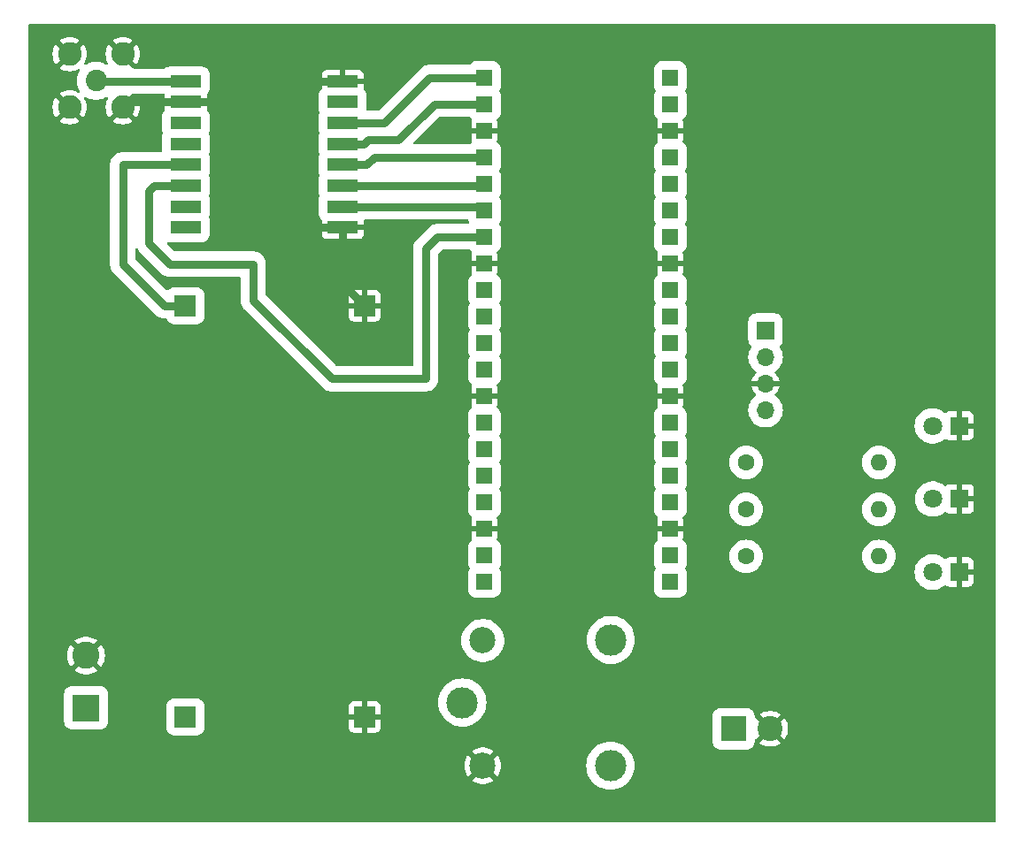
<source format=gbr>
%TF.GenerationSoftware,KiCad,Pcbnew,8.0.2*%
%TF.CreationDate,2024-05-25T14:23:29+03:00*%
%TF.ProjectId,LoRa_irrigation_system,4c6f5261-5f69-4727-9269-676174696f6e,rev?*%
%TF.SameCoordinates,Original*%
%TF.FileFunction,Copper,L1,Top*%
%TF.FilePolarity,Positive*%
%FSLAX46Y46*%
G04 Gerber Fmt 4.6, Leading zero omitted, Abs format (unit mm)*
G04 Created by KiCad (PCBNEW 8.0.2) date 2024-05-25 14:23:29*
%MOMM*%
%LPD*%
G01*
G04 APERTURE LIST*
%TA.AperFunction,ComponentPad*%
%ADD10C,2.050000*%
%TD*%
%TA.AperFunction,ComponentPad*%
%ADD11C,2.250000*%
%TD*%
%TA.AperFunction,ComponentPad*%
%ADD12R,1.800000X1.800000*%
%TD*%
%TA.AperFunction,ComponentPad*%
%ADD13C,1.800000*%
%TD*%
%TA.AperFunction,ComponentPad*%
%ADD14R,2.400000X2.400000*%
%TD*%
%TA.AperFunction,ComponentPad*%
%ADD15C,2.400000*%
%TD*%
%TA.AperFunction,ComponentPad*%
%ADD16R,2.600000X2.600000*%
%TD*%
%TA.AperFunction,ComponentPad*%
%ADD17C,2.600000*%
%TD*%
%TA.AperFunction,ComponentPad*%
%ADD18C,1.600000*%
%TD*%
%TA.AperFunction,ComponentPad*%
%ADD19O,1.600000X1.600000*%
%TD*%
%TA.AperFunction,ComponentPad*%
%ADD20R,2.000000X2.000000*%
%TD*%
%TA.AperFunction,ComponentPad*%
%ADD21R,1.508000X1.508000*%
%TD*%
%TA.AperFunction,ComponentPad*%
%ADD22R,1.700000X1.700000*%
%TD*%
%TA.AperFunction,ComponentPad*%
%ADD23O,1.700000X1.700000*%
%TD*%
%TA.AperFunction,ComponentPad*%
%ADD24C,3.000000*%
%TD*%
%TA.AperFunction,ComponentPad*%
%ADD25C,2.500000*%
%TD*%
%TA.AperFunction,SMDPad,CuDef*%
%ADD26R,3.000000X1.200000*%
%TD*%
%TA.AperFunction,Conductor*%
%ADD27C,0.800000*%
%TD*%
G04 APERTURE END LIST*
D10*
%TO.P,J4,1,In*%
%TO.N,Net-(J4-In)*%
X91960000Y-48960000D03*
D11*
%TO.P,J4,2,Ext*%
%TO.N,GND*%
X94500000Y-51500000D03*
X94500000Y-46420000D03*
X89420000Y-51500000D03*
X89420000Y-46420000D03*
%TD*%
D12*
%TO.P,D2,1,K*%
%TO.N,GND*%
X174540000Y-89000000D03*
D13*
%TO.P,D2,2,A*%
%TO.N,Net-(D2-A)*%
X172000000Y-89000000D03*
%TD*%
D12*
%TO.P,D1,1,K*%
%TO.N,GND*%
X174510000Y-82000000D03*
D13*
%TO.P,D1,2,A*%
%TO.N,Net-(D1-A)*%
X171970000Y-82000000D03*
%TD*%
D14*
%TO.P,J3,1,Pin_1*%
%TO.N,Pump active*%
X152950000Y-111000000D03*
D15*
%TO.P,J3,2,Pin_2*%
%TO.N,GND*%
X156450000Y-111000000D03*
%TD*%
D16*
%TO.P,J1,1,Pin_1*%
%TO.N,+12V*%
X91000000Y-109000000D03*
D17*
%TO.P,J1,2,Pin_2*%
%TO.N,GND*%
X91000000Y-104000000D03*
%TD*%
D18*
%TO.P,R2,1*%
%TO.N,MoistureOK*%
X154150000Y-90000000D03*
D19*
%TO.P,R2,2*%
%TO.N,Net-(D2-A)*%
X166850000Y-90000000D03*
%TD*%
D20*
%TO.P,U1,1,IN+*%
%TO.N,+12V*%
X100500000Y-109873000D03*
%TO.P,U1,2,IN-*%
%TO.N,GND*%
X117645000Y-109873000D03*
%TO.P,U1,3,OUT-*%
X117645000Y-70503000D03*
%TO.P,U1,4,OUT+*%
%TO.N,+3.3V*%
X100500000Y-70503000D03*
%TD*%
D21*
%TO.P,U2,3V3,3V3*%
%TO.N,unconnected-(U2-Pad3V3)*%
X146890000Y-58800000D03*
%TO.P,U2,3V3_EN,3V3_EN*%
%TO.N,unconnected-(U2-Pad3V3_EN)*%
X146890000Y-56260000D03*
%TO.P,U2,ADC_VREF,ADC_VREF*%
%TO.N,unconnected-(U2-PadADC_VREF)*%
X146890000Y-61340000D03*
%TO.P,U2,AGND,AGND*%
%TO.N,GND*%
X146890000Y-66420000D03*
%TO.P,U2,GND,GND*%
X146890000Y-53720000D03*
%TO.P,U2,GND2,GND2*%
X146890000Y-79120000D03*
%TO.P,U2,GND3,GND3*%
X146890000Y-91820000D03*
%TO.P,U2,GND4,GND4*%
X129110000Y-53720000D03*
%TO.P,U2,GND5,GND5*%
X129110000Y-66420000D03*
%TO.P,U2,GND6,GND6*%
X129110000Y-79120000D03*
%TO.P,U2,GND7,GND7*%
X129110000Y-91820000D03*
%TO.P,U2,GP0,GP0*%
%TO.N,RESET*%
X129110000Y-48640000D03*
%TO.P,U2,GP1,GP1*%
%TO.N,NSS*%
X129110000Y-51180000D03*
%TO.P,U2,GP2,GP2*%
%TO.N,SCK*%
X129110000Y-56260000D03*
%TO.P,U2,GP3,GP3*%
%TO.N,MOSI*%
X129110000Y-58800000D03*
%TO.P,U2,GP4,GP4*%
%TO.N,MISO*%
X129110000Y-61340000D03*
%TO.P,U2,GP5,GP5*%
%TO.N,DIO0*%
X129110000Y-63880000D03*
%TO.P,U2,GP6,GP6*%
%TO.N,unconnected-(U2-PadGP6)*%
X129110000Y-68960000D03*
%TO.P,U2,GP7,GP7*%
%TO.N,unconnected-(U2-PadGP7)*%
X129110000Y-71500000D03*
%TO.P,U2,GP8,GP8*%
%TO.N,unconnected-(U2-PadGP8)*%
X129110000Y-74040000D03*
%TO.P,U2,GP9,GP9*%
%TO.N,unconnected-(U2-PadGP9)*%
X129110000Y-76580000D03*
%TO.P,U2,GP10,GP10*%
%TO.N,unconnected-(U2-PadGP10)*%
X129110000Y-81660000D03*
%TO.P,U2,GP11,GP11*%
%TO.N,unconnected-(U2-PadGP11)*%
X129110000Y-84200000D03*
%TO.P,U2,GP12,GP12*%
%TO.N,unconnected-(U2-PadGP12)*%
X129110000Y-86740000D03*
%TO.P,U2,GP13,GP13*%
%TO.N,unconnected-(U2-PadGP13)*%
X129110000Y-89280000D03*
%TO.P,U2,GP14,GP14*%
%TO.N,unconnected-(U2-PadGP14)*%
X129110000Y-94360000D03*
%TO.P,U2,GP15,GP15*%
%TO.N,RelayON*%
X129110000Y-96900000D03*
%TO.P,U2,GP16,GP16*%
%TO.N,unconnected-(U2-PadGP16)*%
X146890000Y-96900000D03*
%TO.P,U2,GP17,GP17*%
%TO.N,unconnected-(U2-PadGP17)*%
X146890000Y-94360000D03*
%TO.P,U2,GP18,GP18*%
%TO.N,MoistureLOW*%
X146890000Y-89280000D03*
%TO.P,U2,GP19,GP19*%
%TO.N,MoistureOK*%
X146890000Y-86740000D03*
%TO.P,U2,GP20,GP20*%
%TO.N,IrrigON*%
X146890000Y-84200000D03*
%TO.P,U2,GP21,GP21*%
%TO.N,unconnected-(U2-PadGP21)*%
X146890000Y-81660000D03*
%TO.P,U2,GP22,GP22*%
%TO.N,D0*%
X146890000Y-76580000D03*
%TO.P,U2,GP26_A0,GP26_A0*%
%TO.N,A0*%
X146890000Y-71500000D03*
%TO.P,U2,GP27_A1,GP27_A1*%
%TO.N,unconnected-(U2-PadGP27_A1)*%
X146890000Y-68960000D03*
%TO.P,U2,GP28_A2,GP28_A2*%
%TO.N,unconnected-(U2-PadGP28_A2)*%
X146890000Y-63880000D03*
%TO.P,U2,RUN,RUN*%
%TO.N,unconnected-(U2-PadRUN)*%
X146890000Y-74040000D03*
%TO.P,U2,VBUS,VBUS*%
%TO.N,unconnected-(U2-PadVBUS)*%
X146890000Y-48640000D03*
%TO.P,U2,VSYS,VSYS*%
%TO.N,+3.3V*%
X146890000Y-51180000D03*
%TD*%
D22*
%TO.P,J2,1,Pin_1*%
%TO.N,A0*%
X156000000Y-72880000D03*
D23*
%TO.P,J2,2,Pin_2*%
%TO.N,D0*%
X156000000Y-75420000D03*
%TO.P,J2,3,Pin_3*%
%TO.N,GND*%
X156000000Y-77960000D03*
%TO.P,J2,4,Pin_4*%
%TO.N,+3.3V*%
X156000000Y-80500000D03*
%TD*%
D24*
%TO.P,K2,1*%
%TO.N,+12V*%
X127000000Y-108500000D03*
D25*
%TO.P,K2,2*%
%TO.N,GND*%
X128950000Y-114550000D03*
D24*
%TO.P,K2,3*%
%TO.N,Pump active*%
X141150000Y-114550000D03*
%TO.P,K2,4*%
%TO.N,unconnected-(K2-Pad4)*%
X141200000Y-102500000D03*
D25*
%TO.P,K2,5*%
%TO.N,RelayON*%
X128950000Y-102550000D03*
%TD*%
D26*
%TO.P,U4,1,GND*%
%TO.N,GND*%
X115550000Y-63000000D03*
%TO.P,U4,2,MISO*%
%TO.N,MISO*%
X115550000Y-61000000D03*
%TO.P,U4,3,MOSI*%
%TO.N,MOSI*%
X115550000Y-59000000D03*
%TO.P,U4,4,SCK*%
%TO.N,SCK*%
X115550000Y-57000000D03*
%TO.P,U4,5,NSS*%
%TO.N,NSS*%
X115550000Y-55000000D03*
%TO.P,U4,6,RESET*%
%TO.N,RESET*%
X115550000Y-53000000D03*
%TO.P,U4,7,DIO5*%
%TO.N,unconnected-(U4-DIO5-Pad7)*%
X115550000Y-51000000D03*
%TO.P,U4,8,GND*%
%TO.N,GND*%
X115550000Y-49000000D03*
%TO.P,U4,9,ANT*%
%TO.N,Net-(J4-In)*%
X100550000Y-49000000D03*
%TO.P,U4,10,GND*%
%TO.N,GND*%
X100550000Y-51000000D03*
%TO.P,U4,11,DIO3*%
%TO.N,unconnected-(U4-DIO3-Pad11)*%
X100550000Y-53000000D03*
%TO.P,U4,12,DIO4*%
%TO.N,unconnected-(U4-DIO4-Pad12)*%
X100550000Y-55000000D03*
%TO.P,U4,13,3.3V*%
%TO.N,+3.3V*%
X100550000Y-57000000D03*
%TO.P,U4,14,DIO0*%
%TO.N,DIO0*%
X100550000Y-59000000D03*
%TO.P,U4,15,DIO1*%
%TO.N,unconnected-(U4-DIO1-Pad15)*%
X100550000Y-61000000D03*
%TO.P,U4,16,DIO2*%
%TO.N,unconnected-(U4-DIO2-Pad16)*%
X100550000Y-63000000D03*
%TD*%
D18*
%TO.P,R3,1*%
%TO.N,MoistureLOW*%
X154150000Y-94500000D03*
D19*
%TO.P,R3,2*%
%TO.N,Net-(D3-A)*%
X166850000Y-94500000D03*
%TD*%
D18*
%TO.P,R1,1*%
%TO.N,IrrigON*%
X154150000Y-85500000D03*
D19*
%TO.P,R1,2*%
%TO.N,Net-(D1-A)*%
X166850000Y-85500000D03*
%TD*%
D12*
%TO.P,D3,1,K*%
%TO.N,GND*%
X174510000Y-96000000D03*
D13*
%TO.P,D3,2,A*%
%TO.N,Net-(D3-A)*%
X171970000Y-96000000D03*
%TD*%
D27*
%TO.N,GND*%
X113050000Y-63000000D02*
X107000000Y-56950000D01*
X115550000Y-68408000D02*
X117645000Y-70503000D01*
X100550000Y-51000000D02*
X95000000Y-51000000D01*
X107000000Y-56950000D02*
X107000000Y-51000000D01*
X115550000Y-49000000D02*
X109000000Y-49000000D01*
X115550000Y-63000000D02*
X113050000Y-63000000D01*
X107000000Y-51000000D02*
X100550000Y-51000000D01*
X115550000Y-63000000D02*
X115550000Y-68408000D01*
X109000000Y-49000000D02*
X107000000Y-51000000D01*
X95000000Y-51000000D02*
X94500000Y-51500000D01*
%TO.N,+3.3V*%
X94500000Y-66500000D02*
X94500000Y-57000000D01*
X100500000Y-70503000D02*
X98503000Y-70503000D01*
X98503000Y-70503000D02*
X94500000Y-66500000D01*
X94500000Y-57000000D02*
X100550000Y-57000000D01*
%TO.N,Net-(J4-In)*%
X100550000Y-49000000D02*
X92000000Y-49000000D01*
X92000000Y-49000000D02*
X91960000Y-48960000D01*
%TO.N,SCK*%
X117850000Y-57000000D02*
X118590000Y-56260000D01*
X115550000Y-57000000D02*
X117850000Y-57000000D01*
X118590000Y-56260000D02*
X129110000Y-56260000D01*
%TO.N,MOSI*%
X128910000Y-59000000D02*
X129110000Y-58800000D01*
X115550000Y-59000000D02*
X128910000Y-59000000D01*
%TO.N,DIO0*%
X107000000Y-66500000D02*
X107000000Y-70000000D01*
X114500000Y-77500000D02*
X123500000Y-77500000D01*
X97500000Y-59000000D02*
X97000000Y-59500000D01*
X97000000Y-59500000D02*
X97000000Y-64500000D01*
X99000000Y-66500000D02*
X107000000Y-66500000D01*
X124620000Y-63880000D02*
X129110000Y-63880000D01*
X123500000Y-77500000D02*
X123500000Y-65000000D01*
X97000000Y-64500000D02*
X99000000Y-66500000D01*
X123500000Y-65000000D02*
X124620000Y-63880000D01*
X107000000Y-70000000D02*
X114500000Y-77500000D01*
X100550000Y-59000000D02*
X97500000Y-59000000D01*
%TO.N,NSS*%
X115550000Y-55000000D02*
X117587258Y-55000000D01*
X117587258Y-55000000D02*
X117987258Y-54600000D01*
X124320000Y-51180000D02*
X129110000Y-51180000D01*
X117987258Y-54600000D02*
X120900000Y-54600000D01*
X120900000Y-54600000D02*
X124320000Y-51180000D01*
%TO.N,MISO*%
X128770000Y-61000000D02*
X129110000Y-61340000D01*
X115550000Y-61000000D02*
X128770000Y-61000000D01*
%TO.N,RESET*%
X115550000Y-53000000D02*
X119500000Y-53000000D01*
X123860000Y-48640000D02*
X129110000Y-48640000D01*
X119500000Y-53000000D02*
X123860000Y-48640000D01*
%TD*%
%TA.AperFunction,Conductor*%
%TO.N,GND*%
G36*
X127689653Y-52400185D02*
G01*
X127720791Y-52431645D01*
X127721837Y-52430812D01*
X127726182Y-52436260D01*
X127726184Y-52436262D01*
X127853738Y-52563816D01*
X127860033Y-52567772D01*
X127864343Y-52570480D01*
X127910633Y-52622816D01*
X127921279Y-52691870D01*
X127914550Y-52718804D01*
X127862403Y-52858617D01*
X127862401Y-52858627D01*
X127856000Y-52918155D01*
X127856000Y-53470000D01*
X128676988Y-53470000D01*
X128644075Y-53527007D01*
X128610000Y-53654174D01*
X128610000Y-53785826D01*
X128644075Y-53912993D01*
X128676988Y-53970000D01*
X127856000Y-53970000D01*
X127856000Y-54521844D01*
X127862401Y-54581372D01*
X127862403Y-54581380D01*
X127914550Y-54721194D01*
X127919534Y-54790886D01*
X127886049Y-54852209D01*
X127864344Y-54869518D01*
X127853743Y-54876179D01*
X127853739Y-54876182D01*
X127726182Y-55003739D01*
X127721837Y-55009188D01*
X127720282Y-55007947D01*
X127675285Y-55047758D01*
X127622614Y-55059500D01*
X122437626Y-55059500D01*
X122370587Y-55039815D01*
X122324832Y-54987011D01*
X122314888Y-54917853D01*
X122343913Y-54854297D01*
X122349945Y-54847819D01*
X124780945Y-52416819D01*
X124842268Y-52383334D01*
X124868626Y-52380500D01*
X127622614Y-52380500D01*
X127689653Y-52400185D01*
G37*
%TD.AperFunction*%
%TA.AperFunction,Conductor*%
G36*
X177942539Y-43520185D02*
G01*
X177988294Y-43572989D01*
X177999500Y-43624500D01*
X177999500Y-119875500D01*
X177979815Y-119942539D01*
X177927011Y-119988294D01*
X177875500Y-119999500D01*
X85624500Y-119999500D01*
X85557461Y-119979815D01*
X85511706Y-119927011D01*
X85500500Y-119875500D01*
X85500500Y-114549995D01*
X127195093Y-114549995D01*
X127195093Y-114550004D01*
X127214692Y-114811545D01*
X127214693Y-114811550D01*
X127273058Y-115067270D01*
X127368883Y-115311426D01*
X127368882Y-115311426D01*
X127500027Y-115538573D01*
X127547874Y-115598571D01*
X128467037Y-114679409D01*
X128484075Y-114742993D01*
X128549901Y-114857007D01*
X128642993Y-114950099D01*
X128757007Y-115015925D01*
X128820590Y-115032962D01*
X127900830Y-115952720D01*
X128072546Y-116069793D01*
X128072550Y-116069795D01*
X128308854Y-116183594D01*
X128308858Y-116183595D01*
X128559494Y-116260907D01*
X128559500Y-116260909D01*
X128818848Y-116299999D01*
X128818857Y-116300000D01*
X129081143Y-116300000D01*
X129081151Y-116299999D01*
X129340499Y-116260909D01*
X129340505Y-116260907D01*
X129591143Y-116183595D01*
X129827445Y-116069798D01*
X129827447Y-116069797D01*
X129999168Y-115952720D01*
X129079409Y-115032962D01*
X129142993Y-115015925D01*
X129257007Y-114950099D01*
X129350099Y-114857007D01*
X129415925Y-114742993D01*
X129432962Y-114679409D01*
X130352125Y-115598572D01*
X130399971Y-115538573D01*
X130531116Y-115311426D01*
X130626941Y-115067270D01*
X130685306Y-114811550D01*
X130685307Y-114811545D01*
X130704907Y-114550004D01*
X130704907Y-114550000D01*
X138844564Y-114550000D01*
X138864287Y-114850918D01*
X138864288Y-114850930D01*
X138923118Y-115146683D01*
X138923122Y-115146698D01*
X139020053Y-115432247D01*
X139020062Y-115432268D01*
X139153431Y-115702713D01*
X139153435Y-115702720D01*
X139320973Y-115953459D01*
X139519810Y-116180189D01*
X139746540Y-116379026D01*
X139997279Y-116546564D01*
X139997286Y-116546568D01*
X140267731Y-116679937D01*
X140267736Y-116679939D01*
X140267748Y-116679945D01*
X140553309Y-116776880D01*
X140753251Y-116816651D01*
X140849069Y-116835711D01*
X140849070Y-116835711D01*
X140849080Y-116835713D01*
X141150000Y-116855436D01*
X141450920Y-116835713D01*
X141746691Y-116776880D01*
X142032252Y-116679945D01*
X142302718Y-116546566D01*
X142553461Y-116379025D01*
X142780189Y-116180189D01*
X142979025Y-115953461D01*
X143146566Y-115702718D01*
X143279945Y-115432252D01*
X143376880Y-115146691D01*
X143435713Y-114850920D01*
X143455436Y-114550000D01*
X143435713Y-114249080D01*
X143376880Y-113953309D01*
X143279945Y-113667748D01*
X143227512Y-113561425D01*
X143146568Y-113397286D01*
X143146564Y-113397279D01*
X142979026Y-113146540D01*
X142780189Y-112919810D01*
X142553459Y-112720973D01*
X142302720Y-112553435D01*
X142302713Y-112553431D01*
X142032268Y-112420062D01*
X142032247Y-112420053D01*
X141746698Y-112323122D01*
X141746692Y-112323120D01*
X141746691Y-112323120D01*
X141746689Y-112323119D01*
X141746683Y-112323118D01*
X141450930Y-112264288D01*
X141450921Y-112264287D01*
X141450920Y-112264287D01*
X141150000Y-112244564D01*
X140849080Y-112264287D01*
X140849079Y-112264287D01*
X140849069Y-112264288D01*
X140553316Y-112323118D01*
X140553301Y-112323122D01*
X140267752Y-112420053D01*
X140267731Y-112420062D01*
X139997286Y-112553431D01*
X139997279Y-112553435D01*
X139746540Y-112720973D01*
X139519810Y-112919810D01*
X139320973Y-113146540D01*
X139153435Y-113397279D01*
X139153431Y-113397286D01*
X139020062Y-113667731D01*
X139020053Y-113667752D01*
X138923122Y-113953301D01*
X138923118Y-113953316D01*
X138864288Y-114249069D01*
X138864287Y-114249081D01*
X138844564Y-114550000D01*
X130704907Y-114550000D01*
X130704907Y-114549995D01*
X130685307Y-114288454D01*
X130685306Y-114288449D01*
X130626941Y-114032729D01*
X130531116Y-113788573D01*
X130531117Y-113788573D01*
X130399972Y-113561426D01*
X130352124Y-113501427D01*
X129432962Y-114420589D01*
X129415925Y-114357007D01*
X129350099Y-114242993D01*
X129257007Y-114149901D01*
X129142993Y-114084075D01*
X129079410Y-114067037D01*
X129999168Y-113147278D01*
X129827454Y-113030206D01*
X129827445Y-113030201D01*
X129591142Y-112916404D01*
X129591144Y-112916404D01*
X129340505Y-112839092D01*
X129340499Y-112839090D01*
X129081151Y-112800000D01*
X128818848Y-112800000D01*
X128559500Y-112839090D01*
X128559494Y-112839092D01*
X128308858Y-112916404D01*
X128308854Y-112916405D01*
X128072547Y-113030205D01*
X128072539Y-113030210D01*
X127900830Y-113147277D01*
X128820590Y-114067037D01*
X128757007Y-114084075D01*
X128642993Y-114149901D01*
X128549901Y-114242993D01*
X128484075Y-114357007D01*
X128467037Y-114420589D01*
X127547874Y-113501427D01*
X127500028Y-113561425D01*
X127368883Y-113788573D01*
X127273058Y-114032729D01*
X127214693Y-114288449D01*
X127214692Y-114288454D01*
X127195093Y-114549995D01*
X85500500Y-114549995D01*
X85500500Y-107655039D01*
X88899500Y-107655039D01*
X88899500Y-110344960D01*
X88914630Y-110479249D01*
X88914631Y-110479254D01*
X88974211Y-110649523D01*
X89070184Y-110802262D01*
X89197738Y-110929816D01*
X89350478Y-111025789D01*
X89502521Y-111078991D01*
X89520745Y-111085368D01*
X89520750Y-111085369D01*
X89611246Y-111095565D01*
X89655040Y-111100499D01*
X89655043Y-111100500D01*
X89655046Y-111100500D01*
X92344957Y-111100500D01*
X92344958Y-111100499D01*
X92412104Y-111092934D01*
X92479249Y-111085369D01*
X92479252Y-111085368D01*
X92479255Y-111085368D01*
X92649522Y-111025789D01*
X92802262Y-110929816D01*
X92929816Y-110802262D01*
X93025789Y-110649522D01*
X93085368Y-110479255D01*
X93100500Y-110344954D01*
X93100500Y-108828039D01*
X98699500Y-108828039D01*
X98699500Y-110917960D01*
X98714630Y-111052249D01*
X98714631Y-111052254D01*
X98774211Y-111222523D01*
X98856543Y-111353553D01*
X98870184Y-111375262D01*
X98997738Y-111502816D01*
X99150478Y-111598789D01*
X99320745Y-111658368D01*
X99320750Y-111658369D01*
X99411246Y-111668565D01*
X99455040Y-111673499D01*
X99455043Y-111673500D01*
X99455046Y-111673500D01*
X101544957Y-111673500D01*
X101544958Y-111673499D01*
X101612104Y-111665934D01*
X101679249Y-111658369D01*
X101679252Y-111658368D01*
X101679255Y-111658368D01*
X101849522Y-111598789D01*
X102002262Y-111502816D01*
X102129816Y-111375262D01*
X102225789Y-111222522D01*
X102285368Y-111052255D01*
X102300500Y-110917954D01*
X102300500Y-108828046D01*
X102300174Y-108825155D01*
X116145000Y-108825155D01*
X116145000Y-109623000D01*
X117269722Y-109623000D01*
X117225667Y-109699306D01*
X117195000Y-109813756D01*
X117195000Y-109932244D01*
X117225667Y-110046694D01*
X117269722Y-110123000D01*
X116145000Y-110123000D01*
X116145000Y-110920844D01*
X116151401Y-110980372D01*
X116151403Y-110980379D01*
X116201645Y-111115086D01*
X116201649Y-111115093D01*
X116287809Y-111230187D01*
X116287812Y-111230190D01*
X116402906Y-111316350D01*
X116402913Y-111316354D01*
X116537620Y-111366596D01*
X116537627Y-111366598D01*
X116597155Y-111372999D01*
X116597172Y-111373000D01*
X117395000Y-111373000D01*
X117395000Y-110248277D01*
X117471306Y-110292333D01*
X117585756Y-110323000D01*
X117704244Y-110323000D01*
X117818694Y-110292333D01*
X117895000Y-110248277D01*
X117895000Y-111373000D01*
X118692828Y-111373000D01*
X118692844Y-111372999D01*
X118752372Y-111366598D01*
X118752379Y-111366596D01*
X118887086Y-111316354D01*
X118887093Y-111316350D01*
X119002187Y-111230190D01*
X119002190Y-111230187D01*
X119088350Y-111115093D01*
X119088354Y-111115086D01*
X119138596Y-110980379D01*
X119138598Y-110980372D01*
X119144999Y-110920844D01*
X119145000Y-110920827D01*
X119145000Y-110123000D01*
X118020278Y-110123000D01*
X118064333Y-110046694D01*
X118095000Y-109932244D01*
X118095000Y-109813756D01*
X118064333Y-109699306D01*
X118020278Y-109623000D01*
X119145000Y-109623000D01*
X119145000Y-108825172D01*
X119144999Y-108825155D01*
X119138598Y-108765627D01*
X119138596Y-108765620D01*
X119088354Y-108630913D01*
X119088350Y-108630906D01*
X119002190Y-108515812D01*
X119002187Y-108515809D01*
X118981069Y-108500000D01*
X124694564Y-108500000D01*
X124714287Y-108800918D01*
X124714288Y-108800930D01*
X124773118Y-109096683D01*
X124773122Y-109096698D01*
X124870053Y-109382247D01*
X124870062Y-109382268D01*
X125003431Y-109652713D01*
X125003435Y-109652720D01*
X125170973Y-109903459D01*
X125369810Y-110130189D01*
X125596540Y-110329026D01*
X125847279Y-110496564D01*
X125847286Y-110496568D01*
X126117731Y-110629937D01*
X126117736Y-110629939D01*
X126117748Y-110629945D01*
X126403309Y-110726880D01*
X126603251Y-110766651D01*
X126699069Y-110785711D01*
X126699070Y-110785711D01*
X126699080Y-110785713D01*
X127000000Y-110805436D01*
X127300920Y-110785713D01*
X127596691Y-110726880D01*
X127882252Y-110629945D01*
X128152718Y-110496566D01*
X128403461Y-110329025D01*
X128630189Y-110130189D01*
X128829025Y-109903461D01*
X128928197Y-109755039D01*
X150949500Y-109755039D01*
X150949500Y-112244960D01*
X150964630Y-112379249D01*
X150964631Y-112379254D01*
X151024211Y-112549523D01*
X151047710Y-112586921D01*
X151120184Y-112702262D01*
X151247738Y-112829816D01*
X151400478Y-112925789D01*
X151570745Y-112985368D01*
X151570750Y-112985369D01*
X151661246Y-112995565D01*
X151705040Y-113000499D01*
X151705043Y-113000500D01*
X151705046Y-113000500D01*
X154194957Y-113000500D01*
X154194958Y-113000499D01*
X154262104Y-112992934D01*
X154329249Y-112985369D01*
X154329252Y-112985368D01*
X154329255Y-112985368D01*
X154499522Y-112925789D01*
X154652262Y-112829816D01*
X154779816Y-112702262D01*
X154875789Y-112549522D01*
X154935368Y-112379255D01*
X154936779Y-112366738D01*
X154942934Y-112312104D01*
X154950500Y-112244954D01*
X154950500Y-112136684D01*
X154970185Y-112069645D01*
X155022989Y-112023890D01*
X155081454Y-112012879D01*
X155083454Y-112012991D01*
X155885387Y-111211058D01*
X155890889Y-111231591D01*
X155969881Y-111368408D01*
X156081592Y-111480119D01*
X156218409Y-111559111D01*
X156238940Y-111564612D01*
X155436813Y-112366738D01*
X155597616Y-112476371D01*
X155597624Y-112476376D01*
X155827176Y-112586921D01*
X155827174Y-112586921D01*
X156070652Y-112662024D01*
X156070658Y-112662026D01*
X156322595Y-112699999D01*
X156322604Y-112700000D01*
X156577396Y-112700000D01*
X156577404Y-112699999D01*
X156829341Y-112662026D01*
X156829347Y-112662024D01*
X157072824Y-112586921D01*
X157302376Y-112476376D01*
X157302377Y-112476375D01*
X157463185Y-112366738D01*
X156661060Y-111564612D01*
X156681591Y-111559111D01*
X156818408Y-111480119D01*
X156930119Y-111368408D01*
X157009111Y-111231591D01*
X157014612Y-111211059D01*
X157816544Y-112012992D01*
X157816546Y-112012991D01*
X157858544Y-111960330D01*
X157985941Y-111739671D01*
X158079026Y-111502494D01*
X158079031Y-111502477D01*
X158135726Y-111254079D01*
X158154767Y-111000004D01*
X158154767Y-110999995D01*
X158135726Y-110745920D01*
X158079031Y-110497522D01*
X158079026Y-110497505D01*
X157985941Y-110260328D01*
X157985942Y-110260328D01*
X157858545Y-110039672D01*
X157816545Y-109987006D01*
X157014612Y-110788939D01*
X157009111Y-110768409D01*
X156930119Y-110631592D01*
X156818408Y-110519881D01*
X156681591Y-110440889D01*
X156661059Y-110435387D01*
X157463185Y-109633260D01*
X157302384Y-109523628D01*
X157302376Y-109523623D01*
X157072823Y-109413078D01*
X157072825Y-109413078D01*
X156829347Y-109337975D01*
X156829341Y-109337973D01*
X156577404Y-109300000D01*
X156322595Y-109300000D01*
X156070658Y-109337973D01*
X156070652Y-109337975D01*
X155827175Y-109413078D01*
X155597622Y-109523625D01*
X155597609Y-109523632D01*
X155436813Y-109633259D01*
X156238941Y-110435387D01*
X156218409Y-110440889D01*
X156081592Y-110519881D01*
X155969881Y-110631592D01*
X155890889Y-110768409D01*
X155885387Y-110788941D01*
X155083452Y-109987006D01*
X155081452Y-109987119D01*
X155013414Y-109971224D01*
X154964771Y-109921068D01*
X154950500Y-109863314D01*
X154950500Y-109755043D01*
X154950499Y-109755039D01*
X154935369Y-109620750D01*
X154935368Y-109620745D01*
X154901384Y-109523625D01*
X154875789Y-109450478D01*
X154858523Y-109423000D01*
X154832917Y-109382247D01*
X154779816Y-109297738D01*
X154652262Y-109170184D01*
X154499523Y-109074211D01*
X154329254Y-109014631D01*
X154329249Y-109014630D01*
X154194960Y-108999500D01*
X154194954Y-108999500D01*
X151705046Y-108999500D01*
X151705039Y-108999500D01*
X151570750Y-109014630D01*
X151570745Y-109014631D01*
X151400476Y-109074211D01*
X151247737Y-109170184D01*
X151120184Y-109297737D01*
X151024211Y-109450476D01*
X150964631Y-109620745D01*
X150964630Y-109620750D01*
X150949500Y-109755039D01*
X128928197Y-109755039D01*
X128996566Y-109652718D01*
X129129945Y-109382252D01*
X129226880Y-109096691D01*
X129285713Y-108800920D01*
X129305436Y-108500000D01*
X129285713Y-108199080D01*
X129226880Y-107903309D01*
X129129945Y-107617748D01*
X129082108Y-107520745D01*
X128996568Y-107347286D01*
X128996564Y-107347279D01*
X128829026Y-107096540D01*
X128630189Y-106869810D01*
X128403459Y-106670973D01*
X128152720Y-106503435D01*
X128152713Y-106503431D01*
X127882268Y-106370062D01*
X127882247Y-106370053D01*
X127596698Y-106273122D01*
X127596692Y-106273120D01*
X127596691Y-106273120D01*
X127596689Y-106273119D01*
X127596683Y-106273118D01*
X127300930Y-106214288D01*
X127300921Y-106214287D01*
X127300920Y-106214287D01*
X127000000Y-106194564D01*
X126699080Y-106214287D01*
X126699079Y-106214287D01*
X126699069Y-106214288D01*
X126403316Y-106273118D01*
X126403301Y-106273122D01*
X126117752Y-106370053D01*
X126117731Y-106370062D01*
X125847286Y-106503431D01*
X125847279Y-106503435D01*
X125596540Y-106670973D01*
X125369810Y-106869810D01*
X125170973Y-107096540D01*
X125003435Y-107347279D01*
X125003431Y-107347286D01*
X124870062Y-107617731D01*
X124870053Y-107617752D01*
X124773122Y-107903301D01*
X124773118Y-107903316D01*
X124714288Y-108199069D01*
X124714287Y-108199081D01*
X124694564Y-108500000D01*
X118981069Y-108500000D01*
X118887093Y-108429649D01*
X118887086Y-108429645D01*
X118752379Y-108379403D01*
X118752372Y-108379401D01*
X118692844Y-108373000D01*
X117895000Y-108373000D01*
X117895000Y-109497722D01*
X117818694Y-109453667D01*
X117704244Y-109423000D01*
X117585756Y-109423000D01*
X117471306Y-109453667D01*
X117395000Y-109497722D01*
X117395000Y-108373000D01*
X116597155Y-108373000D01*
X116537627Y-108379401D01*
X116537620Y-108379403D01*
X116402913Y-108429645D01*
X116402906Y-108429649D01*
X116287812Y-108515809D01*
X116287809Y-108515812D01*
X116201649Y-108630906D01*
X116201645Y-108630913D01*
X116151403Y-108765620D01*
X116151401Y-108765627D01*
X116145000Y-108825155D01*
X102300174Y-108825155D01*
X102285368Y-108693745D01*
X102225789Y-108523478D01*
X102129816Y-108370738D01*
X102002262Y-108243184D01*
X101932071Y-108199080D01*
X101849523Y-108147211D01*
X101679254Y-108087631D01*
X101679249Y-108087630D01*
X101544960Y-108072500D01*
X101544954Y-108072500D01*
X99455046Y-108072500D01*
X99455039Y-108072500D01*
X99320750Y-108087630D01*
X99320745Y-108087631D01*
X99150476Y-108147211D01*
X98997737Y-108243184D01*
X98870184Y-108370737D01*
X98774211Y-108523476D01*
X98714631Y-108693745D01*
X98714630Y-108693750D01*
X98699500Y-108828039D01*
X93100500Y-108828039D01*
X93100500Y-107655046D01*
X93085368Y-107520745D01*
X93025789Y-107350478D01*
X93023783Y-107347286D01*
X92929815Y-107197737D01*
X92802262Y-107070184D01*
X92649523Y-106974211D01*
X92479254Y-106914631D01*
X92479249Y-106914630D01*
X92344960Y-106899500D01*
X92344954Y-106899500D01*
X89655046Y-106899500D01*
X89655039Y-106899500D01*
X89520750Y-106914630D01*
X89520745Y-106914631D01*
X89350476Y-106974211D01*
X89197737Y-107070184D01*
X89070184Y-107197737D01*
X88974211Y-107350476D01*
X88914631Y-107520745D01*
X88914630Y-107520750D01*
X88899500Y-107655039D01*
X85500500Y-107655039D01*
X85500500Y-103999995D01*
X89194953Y-103999995D01*
X89194953Y-104000004D01*
X89215113Y-104269026D01*
X89215113Y-104269028D01*
X89275142Y-104532033D01*
X89275148Y-104532052D01*
X89373709Y-104783181D01*
X89373708Y-104783181D01*
X89508602Y-105016822D01*
X89562294Y-105084151D01*
X89562295Y-105084151D01*
X90398958Y-104247488D01*
X90423978Y-104307890D01*
X90495112Y-104414351D01*
X90585649Y-104504888D01*
X90692110Y-104576022D01*
X90752510Y-104601041D01*
X89914848Y-105438702D01*
X90097483Y-105563220D01*
X90097485Y-105563221D01*
X90340539Y-105680269D01*
X90340537Y-105680269D01*
X90598337Y-105759790D01*
X90598343Y-105759792D01*
X90865101Y-105799999D01*
X90865110Y-105800000D01*
X91134890Y-105800000D01*
X91134898Y-105799999D01*
X91401656Y-105759792D01*
X91401662Y-105759790D01*
X91659461Y-105680269D01*
X91902521Y-105563218D01*
X92085150Y-105438702D01*
X91247488Y-104601041D01*
X91307890Y-104576022D01*
X91414351Y-104504888D01*
X91504888Y-104414351D01*
X91576022Y-104307890D01*
X91601041Y-104247488D01*
X92437703Y-105084151D01*
X92437704Y-105084150D01*
X92491393Y-105016828D01*
X92491400Y-105016817D01*
X92626290Y-104783181D01*
X92724851Y-104532052D01*
X92724857Y-104532033D01*
X92784886Y-104269028D01*
X92784886Y-104269026D01*
X92805047Y-104000004D01*
X92805047Y-103999995D01*
X92784886Y-103730973D01*
X92784886Y-103730971D01*
X92724857Y-103467966D01*
X92724851Y-103467947D01*
X92626290Y-103216818D01*
X92626291Y-103216818D01*
X92491397Y-102983177D01*
X92437704Y-102915847D01*
X91601041Y-103752510D01*
X91576022Y-103692110D01*
X91504888Y-103585649D01*
X91414351Y-103495112D01*
X91307890Y-103423978D01*
X91247488Y-103398958D01*
X92085150Y-102561296D01*
X92068582Y-102550000D01*
X126894709Y-102550000D01*
X126913851Y-102829862D01*
X126913852Y-102829864D01*
X126970921Y-103104499D01*
X126970926Y-103104516D01*
X127064863Y-103368828D01*
X127064864Y-103368830D01*
X127193919Y-103617896D01*
X127355688Y-103847069D01*
X127355692Y-103847073D01*
X127355692Y-103847074D01*
X127547154Y-104052080D01*
X127547155Y-104052081D01*
X127764754Y-104229111D01*
X127764756Y-104229112D01*
X127764757Y-104229113D01*
X128004433Y-104374863D01*
X128213257Y-104465567D01*
X128261725Y-104486620D01*
X128531839Y-104562303D01*
X128776159Y-104595884D01*
X128809741Y-104600500D01*
X128809742Y-104600500D01*
X129090259Y-104600500D01*
X129120219Y-104596381D01*
X129368161Y-104562303D01*
X129638275Y-104486620D01*
X129895568Y-104374862D01*
X130135246Y-104229111D01*
X130352845Y-104052081D01*
X130544312Y-103847069D01*
X130706081Y-103617896D01*
X130835136Y-103368830D01*
X130929075Y-103104511D01*
X130929076Y-103104504D01*
X130929078Y-103104499D01*
X130968280Y-102915847D01*
X130986148Y-102829862D01*
X131005291Y-102550000D01*
X131001871Y-102500000D01*
X138894564Y-102500000D01*
X138898581Y-102561296D01*
X138914287Y-102800918D01*
X138914288Y-102800930D01*
X138973118Y-103096683D01*
X138973122Y-103096698D01*
X139070053Y-103382247D01*
X139070062Y-103382268D01*
X139203431Y-103652713D01*
X139203435Y-103652720D01*
X139370973Y-103903459D01*
X139569810Y-104130189D01*
X139796540Y-104329026D01*
X140047279Y-104496564D01*
X140047286Y-104496568D01*
X140317731Y-104629937D01*
X140317736Y-104629939D01*
X140317748Y-104629945D01*
X140603309Y-104726880D01*
X140803251Y-104766651D01*
X140899069Y-104785711D01*
X140899070Y-104785711D01*
X140899080Y-104785713D01*
X141200000Y-104805436D01*
X141500920Y-104785713D01*
X141796691Y-104726880D01*
X142082252Y-104629945D01*
X142352718Y-104496566D01*
X142603461Y-104329025D01*
X142830189Y-104130189D01*
X143029025Y-103903461D01*
X143196566Y-103652718D01*
X143329945Y-103382252D01*
X143426880Y-103096691D01*
X143485713Y-102800920D01*
X143505436Y-102500000D01*
X143485713Y-102199080D01*
X143426880Y-101903309D01*
X143329945Y-101617748D01*
X143263052Y-101482103D01*
X143196568Y-101347286D01*
X143196564Y-101347279D01*
X143029026Y-101096540D01*
X142830189Y-100869810D01*
X142603459Y-100670973D01*
X142352720Y-100503435D01*
X142352713Y-100503431D01*
X142082268Y-100370062D01*
X142082247Y-100370053D01*
X141796698Y-100273122D01*
X141796692Y-100273120D01*
X141796691Y-100273120D01*
X141796689Y-100273119D01*
X141796683Y-100273118D01*
X141500930Y-100214288D01*
X141500921Y-100214287D01*
X141500920Y-100214287D01*
X141200000Y-100194564D01*
X140899080Y-100214287D01*
X140899079Y-100214287D01*
X140899069Y-100214288D01*
X140603316Y-100273118D01*
X140603301Y-100273122D01*
X140317752Y-100370053D01*
X140317731Y-100370062D01*
X140047286Y-100503431D01*
X140047279Y-100503435D01*
X139796540Y-100670973D01*
X139569810Y-100869810D01*
X139370973Y-101096540D01*
X139203435Y-101347279D01*
X139203431Y-101347286D01*
X139070062Y-101617731D01*
X139070053Y-101617752D01*
X138973122Y-101903301D01*
X138973118Y-101903316D01*
X138914288Y-102199069D01*
X138914287Y-102199079D01*
X138914287Y-102199080D01*
X138894564Y-102500000D01*
X131001871Y-102500000D01*
X130986148Y-102270138D01*
X130966443Y-102175315D01*
X130929078Y-101995500D01*
X130929073Y-101995483D01*
X130835136Y-101731171D01*
X130835136Y-101731170D01*
X130706081Y-101482104D01*
X130544312Y-101252931D01*
X130544307Y-101252925D01*
X130352845Y-101047919D01*
X130135242Y-100870886D01*
X129895566Y-100725136D01*
X129638276Y-100613380D01*
X129368166Y-100537698D01*
X129368162Y-100537697D01*
X129368161Y-100537697D01*
X129229209Y-100518598D01*
X129090259Y-100499500D01*
X129090258Y-100499500D01*
X128809742Y-100499500D01*
X128809741Y-100499500D01*
X128531839Y-100537697D01*
X128531833Y-100537698D01*
X128261723Y-100613380D01*
X128004433Y-100725136D01*
X127764757Y-100870886D01*
X127547154Y-101047919D01*
X127355692Y-101252925D01*
X127355692Y-101252926D01*
X127193919Y-101482103D01*
X127064863Y-101731171D01*
X126970926Y-101995483D01*
X126970921Y-101995500D01*
X126913852Y-102270135D01*
X126913851Y-102270137D01*
X126894709Y-102550000D01*
X92068582Y-102550000D01*
X91902517Y-102436779D01*
X91902516Y-102436778D01*
X91659460Y-102319730D01*
X91659462Y-102319730D01*
X91401662Y-102240209D01*
X91401656Y-102240207D01*
X91134898Y-102200000D01*
X90865101Y-102200000D01*
X90598343Y-102240207D01*
X90598337Y-102240209D01*
X90340538Y-102319730D01*
X90097485Y-102436778D01*
X90097476Y-102436783D01*
X89914848Y-102561296D01*
X90752511Y-103398958D01*
X90692110Y-103423978D01*
X90585649Y-103495112D01*
X90495112Y-103585649D01*
X90423978Y-103692110D01*
X90398958Y-103752510D01*
X89562295Y-102915848D01*
X89508600Y-102983180D01*
X89373709Y-103216818D01*
X89275148Y-103467947D01*
X89275142Y-103467966D01*
X89215113Y-103730971D01*
X89215113Y-103730973D01*
X89194953Y-103999995D01*
X85500500Y-103999995D01*
X85500500Y-56905513D01*
X93299500Y-56905513D01*
X93299500Y-66594486D01*
X93329059Y-66781118D01*
X93387454Y-66960836D01*
X93473240Y-67129199D01*
X93584310Y-67282074D01*
X97720927Y-71418690D01*
X97873801Y-71529760D01*
X97915181Y-71550844D01*
X98042163Y-71615545D01*
X98042165Y-71615545D01*
X98042168Y-71615547D01*
X98138497Y-71646846D01*
X98221881Y-71673940D01*
X98408514Y-71703500D01*
X98408519Y-71703500D01*
X98597482Y-71703500D01*
X98634083Y-71703500D01*
X98701122Y-71723185D01*
X98746877Y-71775989D01*
X98751125Y-71786546D01*
X98774210Y-71852521D01*
X98857481Y-71985046D01*
X98870184Y-72005262D01*
X98997738Y-72132816D01*
X99150478Y-72228789D01*
X99320745Y-72288368D01*
X99320750Y-72288369D01*
X99411246Y-72298565D01*
X99455040Y-72303499D01*
X99455043Y-72303500D01*
X99455046Y-72303500D01*
X101544957Y-72303500D01*
X101544958Y-72303499D01*
X101612104Y-72295934D01*
X101679249Y-72288369D01*
X101679252Y-72288368D01*
X101679255Y-72288368D01*
X101849522Y-72228789D01*
X102002262Y-72132816D01*
X102129816Y-72005262D01*
X102225789Y-71852522D01*
X102285368Y-71682255D01*
X102285569Y-71680478D01*
X102300499Y-71547960D01*
X102300500Y-71547956D01*
X102300500Y-69458043D01*
X102300499Y-69458039D01*
X102285369Y-69323750D01*
X102285368Y-69323745D01*
X102225788Y-69153476D01*
X102146568Y-69027399D01*
X102129816Y-69000738D01*
X102002262Y-68873184D01*
X102002260Y-68873183D01*
X101849523Y-68777211D01*
X101679254Y-68717631D01*
X101679249Y-68717630D01*
X101544960Y-68702500D01*
X101544954Y-68702500D01*
X99455046Y-68702500D01*
X99455039Y-68702500D01*
X99320750Y-68717630D01*
X99320745Y-68717631D01*
X99150476Y-68777211D01*
X98997739Y-68873183D01*
X98872023Y-68998899D01*
X98810700Y-69032383D01*
X98741008Y-69027399D01*
X98696661Y-68998898D01*
X97249972Y-67552209D01*
X95736819Y-66039055D01*
X95703334Y-65977732D01*
X95700500Y-65951374D01*
X95700500Y-65110414D01*
X95720185Y-65043375D01*
X95772989Y-64997620D01*
X95842147Y-64987676D01*
X95905703Y-65016701D01*
X95934984Y-65054118D01*
X95973240Y-65129199D01*
X96084310Y-65282074D01*
X98217926Y-67415690D01*
X98370801Y-67526760D01*
X98539168Y-67612547D01*
X98718882Y-67670940D01*
X98788870Y-67682025D01*
X98905513Y-67700500D01*
X98905518Y-67700500D01*
X98905519Y-67700500D01*
X105675500Y-67700500D01*
X105742539Y-67720185D01*
X105788294Y-67772989D01*
X105799500Y-67824500D01*
X105799500Y-70094486D01*
X105829059Y-70281118D01*
X105887454Y-70460836D01*
X105973240Y-70629199D01*
X106084310Y-70782074D01*
X113717927Y-78415690D01*
X113870801Y-78526760D01*
X113950347Y-78567290D01*
X114039163Y-78612545D01*
X114039165Y-78612545D01*
X114039168Y-78612547D01*
X114116205Y-78637578D01*
X114218881Y-78670940D01*
X114405514Y-78700500D01*
X114405519Y-78700500D01*
X123594486Y-78700500D01*
X123781118Y-78670940D01*
X123960832Y-78612547D01*
X124129199Y-78526760D01*
X124282073Y-78415690D01*
X124415690Y-78282073D01*
X124526760Y-78129199D01*
X124612547Y-77960832D01*
X124670940Y-77781118D01*
X124682204Y-77709999D01*
X124700500Y-77594486D01*
X124700500Y-65548626D01*
X124720185Y-65481587D01*
X124736819Y-65460945D01*
X125080945Y-65116819D01*
X125142268Y-65083334D01*
X125168626Y-65080500D01*
X127622614Y-65080500D01*
X127689653Y-65100185D01*
X127720791Y-65131645D01*
X127721837Y-65130812D01*
X127726182Y-65136260D01*
X127726184Y-65136262D01*
X127853738Y-65263816D01*
X127860033Y-65267772D01*
X127864343Y-65270480D01*
X127910633Y-65322816D01*
X127921279Y-65391870D01*
X127914550Y-65418804D01*
X127862403Y-65558617D01*
X127862401Y-65558627D01*
X127856000Y-65618155D01*
X127856000Y-66170000D01*
X128676988Y-66170000D01*
X128644075Y-66227007D01*
X128610000Y-66354174D01*
X128610000Y-66485826D01*
X128644075Y-66612993D01*
X128676988Y-66670000D01*
X127856000Y-66670000D01*
X127856000Y-67221844D01*
X127862401Y-67281372D01*
X127862403Y-67281380D01*
X127914550Y-67421194D01*
X127919534Y-67490886D01*
X127886049Y-67552209D01*
X127864344Y-67569518D01*
X127853743Y-67576179D01*
X127853739Y-67576182D01*
X127726184Y-67703737D01*
X127630211Y-67856476D01*
X127570631Y-68026745D01*
X127570630Y-68026750D01*
X127555500Y-68161039D01*
X127555500Y-69758960D01*
X127570630Y-69893249D01*
X127570631Y-69893254D01*
X127630211Y-70063523D01*
X127693363Y-70164028D01*
X127712363Y-70231265D01*
X127693363Y-70295972D01*
X127630211Y-70396476D01*
X127570631Y-70566745D01*
X127570630Y-70566750D01*
X127555500Y-70701039D01*
X127555500Y-72298960D01*
X127570630Y-72433249D01*
X127570631Y-72433254D01*
X127630211Y-72603523D01*
X127693363Y-72704028D01*
X127712363Y-72771265D01*
X127693363Y-72835972D01*
X127630211Y-72936476D01*
X127570631Y-73106745D01*
X127570630Y-73106750D01*
X127555500Y-73241039D01*
X127555500Y-74838960D01*
X127570630Y-74973249D01*
X127570631Y-74973254D01*
X127630211Y-75143523D01*
X127693363Y-75244028D01*
X127712363Y-75311265D01*
X127693363Y-75375972D01*
X127630211Y-75476476D01*
X127570631Y-75646745D01*
X127570630Y-75646750D01*
X127555500Y-75781039D01*
X127555500Y-77378960D01*
X127570630Y-77513249D01*
X127570631Y-77513254D01*
X127630211Y-77683523D01*
X127726184Y-77836262D01*
X127853738Y-77963816D01*
X127860033Y-77967772D01*
X127864343Y-77970480D01*
X127910633Y-78022816D01*
X127921279Y-78091870D01*
X127914550Y-78118804D01*
X127862403Y-78258617D01*
X127862401Y-78258627D01*
X127856000Y-78318155D01*
X127856000Y-78870000D01*
X128676988Y-78870000D01*
X128644075Y-78927007D01*
X128610000Y-79054174D01*
X128610000Y-79185826D01*
X128644075Y-79312993D01*
X128676988Y-79370000D01*
X127856000Y-79370000D01*
X127856000Y-79921844D01*
X127862401Y-79981372D01*
X127862403Y-79981380D01*
X127914550Y-80121194D01*
X127919534Y-80190886D01*
X127886049Y-80252209D01*
X127864344Y-80269518D01*
X127853743Y-80276179D01*
X127853739Y-80276182D01*
X127726184Y-80403737D01*
X127630211Y-80556476D01*
X127570631Y-80726745D01*
X127570630Y-80726750D01*
X127555500Y-80861039D01*
X127555500Y-82458960D01*
X127570630Y-82593249D01*
X127570631Y-82593254D01*
X127630211Y-82763523D01*
X127693363Y-82864028D01*
X127712363Y-82931265D01*
X127693363Y-82995972D01*
X127630211Y-83096476D01*
X127570631Y-83266745D01*
X127570630Y-83266750D01*
X127555500Y-83401039D01*
X127555500Y-84998960D01*
X127570630Y-85133249D01*
X127570631Y-85133254D01*
X127630211Y-85303523D01*
X127693363Y-85404028D01*
X127712363Y-85471265D01*
X127693363Y-85535972D01*
X127630211Y-85636476D01*
X127570631Y-85806745D01*
X127570630Y-85806750D01*
X127555500Y-85941039D01*
X127555500Y-87538960D01*
X127570630Y-87673249D01*
X127570631Y-87673254D01*
X127630211Y-87843523D01*
X127693363Y-87944028D01*
X127712363Y-88011265D01*
X127693363Y-88075972D01*
X127630211Y-88176476D01*
X127570631Y-88346745D01*
X127570630Y-88346750D01*
X127555500Y-88481039D01*
X127555500Y-90078960D01*
X127570630Y-90213249D01*
X127570631Y-90213254D01*
X127630211Y-90383523D01*
X127688827Y-90476809D01*
X127726184Y-90536262D01*
X127853738Y-90663816D01*
X127860033Y-90667772D01*
X127864343Y-90670480D01*
X127910633Y-90722816D01*
X127921279Y-90791870D01*
X127914550Y-90818804D01*
X127862403Y-90958617D01*
X127862401Y-90958627D01*
X127856000Y-91018155D01*
X127856000Y-91570000D01*
X128676988Y-91570000D01*
X128644075Y-91627007D01*
X128610000Y-91754174D01*
X128610000Y-91885826D01*
X128644075Y-92012993D01*
X128676988Y-92070000D01*
X127856000Y-92070000D01*
X127856000Y-92621844D01*
X127862401Y-92681372D01*
X127862403Y-92681380D01*
X127914550Y-92821194D01*
X127919534Y-92890886D01*
X127886049Y-92952209D01*
X127864344Y-92969518D01*
X127853743Y-92976179D01*
X127853739Y-92976182D01*
X127726184Y-93103737D01*
X127630211Y-93256476D01*
X127570631Y-93426745D01*
X127570630Y-93426750D01*
X127555500Y-93561039D01*
X127555500Y-95158960D01*
X127570630Y-95293249D01*
X127570631Y-95293254D01*
X127630211Y-95463523D01*
X127693363Y-95564028D01*
X127712363Y-95631265D01*
X127693363Y-95695972D01*
X127630211Y-95796476D01*
X127570631Y-95966745D01*
X127570630Y-95966750D01*
X127555500Y-96101039D01*
X127555500Y-97698960D01*
X127570630Y-97833249D01*
X127570631Y-97833254D01*
X127630211Y-98003523D01*
X127726184Y-98156262D01*
X127853738Y-98283816D01*
X128006478Y-98379789D01*
X128176745Y-98439368D01*
X128176750Y-98439369D01*
X128267246Y-98449565D01*
X128311040Y-98454499D01*
X128311043Y-98454500D01*
X128311046Y-98454500D01*
X129908957Y-98454500D01*
X129908958Y-98454499D01*
X129976104Y-98446934D01*
X130043249Y-98439369D01*
X130043252Y-98439368D01*
X130043255Y-98439368D01*
X130213522Y-98379789D01*
X130366262Y-98283816D01*
X130493816Y-98156262D01*
X130589789Y-98003522D01*
X130649368Y-97833255D01*
X130664500Y-97698954D01*
X130664500Y-96101046D01*
X130656143Y-96026873D01*
X130649369Y-95966750D01*
X130649368Y-95966745D01*
X130589788Y-95796475D01*
X130526637Y-95695973D01*
X130507636Y-95628736D01*
X130526637Y-95564027D01*
X130589788Y-95463524D01*
X130649368Y-95293254D01*
X130649369Y-95293249D01*
X130664499Y-95158960D01*
X130664500Y-95158956D01*
X130664500Y-93561043D01*
X130664499Y-93561039D01*
X130649369Y-93426750D01*
X130649368Y-93426745D01*
X130589788Y-93256476D01*
X130493815Y-93103737D01*
X130366263Y-92976185D01*
X130366262Y-92976184D01*
X130355655Y-92969519D01*
X130309366Y-92917184D01*
X130298719Y-92848131D01*
X130305448Y-92821193D01*
X130357597Y-92681376D01*
X130357598Y-92681372D01*
X130363999Y-92621844D01*
X130364000Y-92621827D01*
X130364000Y-92070000D01*
X129543012Y-92070000D01*
X129575925Y-92012993D01*
X129610000Y-91885826D01*
X129610000Y-91754174D01*
X129575925Y-91627007D01*
X129543012Y-91570000D01*
X130364000Y-91570000D01*
X130364000Y-91018172D01*
X130363999Y-91018155D01*
X130357598Y-90958627D01*
X130357597Y-90958623D01*
X130305448Y-90818805D01*
X130300464Y-90749113D01*
X130333949Y-90687790D01*
X130355655Y-90670480D01*
X130366262Y-90663816D01*
X130493816Y-90536262D01*
X130589789Y-90383522D01*
X130649368Y-90213255D01*
X130664500Y-90078954D01*
X130664500Y-88481046D01*
X130659565Y-88437246D01*
X130649369Y-88346750D01*
X130649368Y-88346745D01*
X130589788Y-88176475D01*
X130526637Y-88075973D01*
X130507636Y-88008736D01*
X130526637Y-87944027D01*
X130589789Y-87843523D01*
X130649368Y-87673254D01*
X130649369Y-87673249D01*
X130664499Y-87538960D01*
X130664500Y-87538956D01*
X130664500Y-85941043D01*
X130664499Y-85941039D01*
X130649369Y-85806750D01*
X130649368Y-85806745D01*
X130589788Y-85636475D01*
X130526637Y-85535973D01*
X130507636Y-85468736D01*
X130526637Y-85404027D01*
X130589788Y-85303524D01*
X130649368Y-85133254D01*
X130649369Y-85133249D01*
X130664499Y-84998960D01*
X130664500Y-84998956D01*
X130664500Y-83401043D01*
X130664499Y-83401039D01*
X130663660Y-83393596D01*
X130658000Y-83343354D01*
X130649369Y-83266750D01*
X130649368Y-83266745D01*
X130589788Y-83096475D01*
X130526637Y-82995973D01*
X130507636Y-82928736D01*
X130526637Y-82864027D01*
X130589788Y-82763524D01*
X130649368Y-82593254D01*
X130649369Y-82593249D01*
X130664499Y-82458960D01*
X130664500Y-82458956D01*
X130664500Y-80861043D01*
X130664499Y-80861039D01*
X130662142Y-80840123D01*
X130659565Y-80817246D01*
X130649369Y-80726750D01*
X130649368Y-80726745D01*
X130624839Y-80656645D01*
X130589789Y-80556478D01*
X130554301Y-80500000D01*
X130493815Y-80403737D01*
X130366263Y-80276185D01*
X130366262Y-80276184D01*
X130355655Y-80269519D01*
X130309366Y-80217184D01*
X130298719Y-80148131D01*
X130305448Y-80121193D01*
X130357597Y-79981376D01*
X130357598Y-79981372D01*
X130363999Y-79921844D01*
X130364000Y-79921827D01*
X130364000Y-79370000D01*
X129543012Y-79370000D01*
X129575925Y-79312993D01*
X129610000Y-79185826D01*
X129610000Y-79054174D01*
X129575925Y-78927007D01*
X129543012Y-78870000D01*
X130364000Y-78870000D01*
X130364000Y-78318172D01*
X130363999Y-78318155D01*
X130357598Y-78258627D01*
X130357597Y-78258623D01*
X130305448Y-78118805D01*
X130300464Y-78049113D01*
X130333949Y-77987790D01*
X130355655Y-77970480D01*
X130366262Y-77963816D01*
X130493816Y-77836262D01*
X130589789Y-77683522D01*
X130649368Y-77513255D01*
X130651255Y-77496513D01*
X130664499Y-77378960D01*
X130664500Y-77378956D01*
X130664500Y-75781043D01*
X130664499Y-75781039D01*
X130649369Y-75646750D01*
X130649368Y-75646745D01*
X130589788Y-75476475D01*
X130526637Y-75375973D01*
X130507636Y-75308736D01*
X130526637Y-75244027D01*
X130589788Y-75143524D01*
X130649368Y-74973254D01*
X130649369Y-74973249D01*
X130664499Y-74838960D01*
X130664500Y-74838956D01*
X130664500Y-73241043D01*
X130664499Y-73241039D01*
X130649369Y-73106750D01*
X130649368Y-73106745D01*
X130589788Y-72936475D01*
X130526637Y-72835973D01*
X130507636Y-72768736D01*
X130526637Y-72704027D01*
X130589788Y-72603524D01*
X130649368Y-72433254D01*
X130649369Y-72433249D01*
X130656934Y-72366104D01*
X130664500Y-72298954D01*
X130664500Y-70701046D01*
X130649368Y-70566745D01*
X130589789Y-70396478D01*
X130589788Y-70396476D01*
X130589788Y-70396475D01*
X130526637Y-70295973D01*
X130507636Y-70228736D01*
X130526637Y-70164027D01*
X130589788Y-70063524D01*
X130593471Y-70053000D01*
X130649368Y-69893255D01*
X130664500Y-69758954D01*
X130664500Y-68161046D01*
X130649368Y-68026745D01*
X130589789Y-67856478D01*
X130493816Y-67703738D01*
X130366262Y-67576184D01*
X130355655Y-67569519D01*
X130309366Y-67517184D01*
X130298719Y-67448131D01*
X130305448Y-67421193D01*
X130357597Y-67281376D01*
X130357598Y-67281372D01*
X130363999Y-67221844D01*
X130364000Y-67221827D01*
X130364000Y-66670000D01*
X129543012Y-66670000D01*
X129575925Y-66612993D01*
X129610000Y-66485826D01*
X129610000Y-66354174D01*
X129575925Y-66227007D01*
X129543012Y-66170000D01*
X130364000Y-66170000D01*
X130364000Y-65618172D01*
X130363999Y-65618155D01*
X130357598Y-65558627D01*
X130357597Y-65558623D01*
X130305448Y-65418805D01*
X130300464Y-65349113D01*
X130333949Y-65287790D01*
X130355655Y-65270480D01*
X130366262Y-65263816D01*
X130493816Y-65136262D01*
X130589789Y-64983522D01*
X130649368Y-64813255D01*
X130664500Y-64678954D01*
X130664500Y-63081046D01*
X130659565Y-63037246D01*
X130649369Y-62946750D01*
X130649368Y-62946745D01*
X130589788Y-62776475D01*
X130547427Y-62709059D01*
X130526636Y-62675971D01*
X130507636Y-62608736D01*
X130526637Y-62544027D01*
X130589788Y-62443524D01*
X130620749Y-62355043D01*
X130649368Y-62273255D01*
X130664500Y-62138954D01*
X130664500Y-60541046D01*
X130649368Y-60406745D01*
X130589789Y-60236478D01*
X130589788Y-60236476D01*
X130589788Y-60236475D01*
X130526637Y-60135973D01*
X130507636Y-60068736D01*
X130526637Y-60004027D01*
X130529168Y-60000000D01*
X130589789Y-59903522D01*
X130649368Y-59733255D01*
X130664500Y-59598954D01*
X130664500Y-58001046D01*
X130649368Y-57866745D01*
X130589789Y-57696478D01*
X130589788Y-57696475D01*
X130548205Y-57630297D01*
X130526636Y-57595971D01*
X130507636Y-57528736D01*
X130526637Y-57464027D01*
X130527073Y-57463334D01*
X130589789Y-57363522D01*
X130649368Y-57193255D01*
X130664500Y-57058954D01*
X130664500Y-55461046D01*
X130649368Y-55326745D01*
X130589789Y-55156478D01*
X130493816Y-55003738D01*
X130366262Y-54876184D01*
X130355655Y-54869519D01*
X130309366Y-54817184D01*
X130298719Y-54748131D01*
X130305448Y-54721193D01*
X130357597Y-54581376D01*
X130357598Y-54581372D01*
X130363999Y-54521844D01*
X130364000Y-54521827D01*
X130364000Y-53970000D01*
X129543012Y-53970000D01*
X129575925Y-53912993D01*
X129610000Y-53785826D01*
X129610000Y-53654174D01*
X129575925Y-53527007D01*
X129543012Y-53470000D01*
X130364000Y-53470000D01*
X130364000Y-52918172D01*
X130363999Y-52918155D01*
X130357598Y-52858627D01*
X130357597Y-52858623D01*
X130305448Y-52718805D01*
X130300464Y-52649113D01*
X130333949Y-52587790D01*
X130355655Y-52570480D01*
X130366262Y-52563816D01*
X130493816Y-52436262D01*
X130589789Y-52283522D01*
X130649368Y-52113255D01*
X130664500Y-51978954D01*
X130664500Y-50381046D01*
X130649368Y-50246745D01*
X130589789Y-50076478D01*
X130589788Y-50076476D01*
X130589788Y-50076475D01*
X130529711Y-49980865D01*
X130526636Y-49975971D01*
X130507636Y-49908736D01*
X130526637Y-49844027D01*
X130528854Y-49840500D01*
X130589789Y-49743522D01*
X130649368Y-49573255D01*
X130664500Y-49438954D01*
X130664500Y-47841046D01*
X130664499Y-47841039D01*
X145335500Y-47841039D01*
X145335500Y-49438960D01*
X145350630Y-49573249D01*
X145350631Y-49573254D01*
X145410211Y-49743523D01*
X145473363Y-49844028D01*
X145492363Y-49911265D01*
X145473363Y-49975972D01*
X145410211Y-50076476D01*
X145350631Y-50246745D01*
X145350630Y-50246750D01*
X145335500Y-50381039D01*
X145335500Y-51978960D01*
X145350630Y-52113249D01*
X145350631Y-52113254D01*
X145410211Y-52283523D01*
X145471146Y-52380500D01*
X145506184Y-52436262D01*
X145633738Y-52563816D01*
X145640033Y-52567772D01*
X145644343Y-52570480D01*
X145690633Y-52622816D01*
X145701279Y-52691870D01*
X145694550Y-52718804D01*
X145642403Y-52858617D01*
X145642401Y-52858627D01*
X145636000Y-52918155D01*
X145636000Y-53470000D01*
X146456988Y-53470000D01*
X146424075Y-53527007D01*
X146390000Y-53654174D01*
X146390000Y-53785826D01*
X146424075Y-53912993D01*
X146456988Y-53970000D01*
X145636000Y-53970000D01*
X145636000Y-54521844D01*
X145642401Y-54581372D01*
X145642403Y-54581380D01*
X145694550Y-54721194D01*
X145699534Y-54790886D01*
X145666049Y-54852209D01*
X145644344Y-54869518D01*
X145633743Y-54876179D01*
X145633739Y-54876182D01*
X145506184Y-55003737D01*
X145410211Y-55156476D01*
X145350631Y-55326745D01*
X145350630Y-55326750D01*
X145335500Y-55461039D01*
X145335500Y-57058960D01*
X145350630Y-57193249D01*
X145350631Y-57193254D01*
X145410211Y-57363523D01*
X145473363Y-57464028D01*
X145492363Y-57531265D01*
X145473363Y-57595972D01*
X145410211Y-57696476D01*
X145350631Y-57866745D01*
X145350630Y-57866750D01*
X145335500Y-58001039D01*
X145335500Y-59598960D01*
X145350630Y-59733249D01*
X145350631Y-59733254D01*
X145410211Y-59903523D01*
X145473363Y-60004028D01*
X145492363Y-60071265D01*
X145473363Y-60135972D01*
X145410211Y-60236476D01*
X145350631Y-60406745D01*
X145350630Y-60406750D01*
X145335500Y-60541039D01*
X145335500Y-62138960D01*
X145350630Y-62273249D01*
X145350631Y-62273254D01*
X145410211Y-62443523D01*
X145473363Y-62544028D01*
X145492363Y-62611265D01*
X145473363Y-62675972D01*
X145410211Y-62776476D01*
X145350631Y-62946745D01*
X145350630Y-62946750D01*
X145335500Y-63081039D01*
X145335500Y-64678960D01*
X145350630Y-64813249D01*
X145350631Y-64813254D01*
X145410211Y-64983523D01*
X145447819Y-65043375D01*
X145506184Y-65136262D01*
X145633738Y-65263816D01*
X145640033Y-65267772D01*
X145644343Y-65270480D01*
X145690633Y-65322816D01*
X145701279Y-65391870D01*
X145694550Y-65418804D01*
X145642403Y-65558617D01*
X145642401Y-65558627D01*
X145636000Y-65618155D01*
X145636000Y-66170000D01*
X146456988Y-66170000D01*
X146424075Y-66227007D01*
X146390000Y-66354174D01*
X146390000Y-66485826D01*
X146424075Y-66612993D01*
X146456988Y-66670000D01*
X145636000Y-66670000D01*
X145636000Y-67221844D01*
X145642401Y-67281372D01*
X145642403Y-67281380D01*
X145694550Y-67421194D01*
X145699534Y-67490886D01*
X145666049Y-67552209D01*
X145644344Y-67569518D01*
X145633743Y-67576179D01*
X145633739Y-67576182D01*
X145506184Y-67703737D01*
X145410211Y-67856476D01*
X145350631Y-68026745D01*
X145350630Y-68026750D01*
X145335500Y-68161039D01*
X145335500Y-69758960D01*
X145350630Y-69893249D01*
X145350631Y-69893254D01*
X145410211Y-70063523D01*
X145473363Y-70164028D01*
X145492363Y-70231265D01*
X145473363Y-70295972D01*
X145410211Y-70396476D01*
X145350631Y-70566745D01*
X145350630Y-70566750D01*
X145335500Y-70701039D01*
X145335500Y-72298960D01*
X145350630Y-72433249D01*
X145350631Y-72433254D01*
X145410211Y-72603523D01*
X145473363Y-72704028D01*
X145492363Y-72771265D01*
X145473363Y-72835972D01*
X145410211Y-72936476D01*
X145350631Y-73106745D01*
X145350630Y-73106750D01*
X145335500Y-73241039D01*
X145335500Y-74838960D01*
X145350630Y-74973249D01*
X145350631Y-74973254D01*
X145410211Y-75143523D01*
X145473363Y-75244028D01*
X145492363Y-75311265D01*
X145473363Y-75375972D01*
X145410211Y-75476476D01*
X145350631Y-75646745D01*
X145350630Y-75646750D01*
X145335500Y-75781039D01*
X145335500Y-77378960D01*
X145350630Y-77513249D01*
X145350631Y-77513254D01*
X145410211Y-77683523D01*
X145506184Y-77836262D01*
X145633738Y-77963816D01*
X145640033Y-77967772D01*
X145644343Y-77970480D01*
X145690633Y-78022816D01*
X145701279Y-78091870D01*
X145694550Y-78118804D01*
X145642403Y-78258617D01*
X145642401Y-78258627D01*
X145636000Y-78318155D01*
X145636000Y-78870000D01*
X146456988Y-78870000D01*
X146424075Y-78927007D01*
X146390000Y-79054174D01*
X146390000Y-79185826D01*
X146424075Y-79312993D01*
X146456988Y-79370000D01*
X145636000Y-79370000D01*
X145636000Y-79921844D01*
X145642401Y-79981372D01*
X145642403Y-79981380D01*
X145694550Y-80121194D01*
X145699534Y-80190886D01*
X145666049Y-80252209D01*
X145644344Y-80269518D01*
X145633743Y-80276179D01*
X145633739Y-80276182D01*
X145506184Y-80403737D01*
X145410211Y-80556476D01*
X145350631Y-80726745D01*
X145350630Y-80726750D01*
X145335500Y-80861039D01*
X145335500Y-82458960D01*
X145350630Y-82593249D01*
X145350631Y-82593254D01*
X145410211Y-82763523D01*
X145473363Y-82864028D01*
X145492363Y-82931265D01*
X145473363Y-82995972D01*
X145410211Y-83096476D01*
X145350631Y-83266745D01*
X145350630Y-83266750D01*
X145335500Y-83401039D01*
X145335500Y-84998960D01*
X145350630Y-85133249D01*
X145350631Y-85133254D01*
X145410211Y-85303523D01*
X145473363Y-85404028D01*
X145492363Y-85471265D01*
X145473363Y-85535972D01*
X145410211Y-85636476D01*
X145350631Y-85806745D01*
X145350630Y-85806750D01*
X145335500Y-85941039D01*
X145335500Y-87538960D01*
X145350630Y-87673249D01*
X145350631Y-87673254D01*
X145410211Y-87843523D01*
X145473363Y-87944028D01*
X145492363Y-88011265D01*
X145473363Y-88075972D01*
X145410211Y-88176476D01*
X145350631Y-88346745D01*
X145350630Y-88346750D01*
X145335500Y-88481039D01*
X145335500Y-90078960D01*
X145350630Y-90213249D01*
X145350631Y-90213254D01*
X145410211Y-90383523D01*
X145468827Y-90476809D01*
X145506184Y-90536262D01*
X145633738Y-90663816D01*
X145640033Y-90667772D01*
X145644343Y-90670480D01*
X145690633Y-90722816D01*
X145701279Y-90791870D01*
X145694550Y-90818804D01*
X145642403Y-90958617D01*
X145642401Y-90958627D01*
X145636000Y-91018155D01*
X145636000Y-91570000D01*
X146456988Y-91570000D01*
X146424075Y-91627007D01*
X146390000Y-91754174D01*
X146390000Y-91885826D01*
X146424075Y-92012993D01*
X146456988Y-92070000D01*
X145636000Y-92070000D01*
X145636000Y-92621844D01*
X145642401Y-92681372D01*
X145642403Y-92681380D01*
X145694550Y-92821194D01*
X145699534Y-92890886D01*
X145666049Y-92952209D01*
X145644344Y-92969518D01*
X145633743Y-92976179D01*
X145633739Y-92976182D01*
X145506184Y-93103737D01*
X145410211Y-93256476D01*
X145350631Y-93426745D01*
X145350630Y-93426750D01*
X145335500Y-93561039D01*
X145335500Y-95158960D01*
X145350630Y-95293249D01*
X145350631Y-95293254D01*
X145410211Y-95463523D01*
X145473363Y-95564028D01*
X145492363Y-95631265D01*
X145473363Y-95695972D01*
X145410211Y-95796476D01*
X145350631Y-95966745D01*
X145350630Y-95966750D01*
X145335500Y-96101039D01*
X145335500Y-97698960D01*
X145350630Y-97833249D01*
X145350631Y-97833254D01*
X145410211Y-98003523D01*
X145506184Y-98156262D01*
X145633738Y-98283816D01*
X145786478Y-98379789D01*
X145956745Y-98439368D01*
X145956750Y-98439369D01*
X146047246Y-98449565D01*
X146091040Y-98454499D01*
X146091043Y-98454500D01*
X146091046Y-98454500D01*
X147688957Y-98454500D01*
X147688958Y-98454499D01*
X147756104Y-98446934D01*
X147823249Y-98439369D01*
X147823252Y-98439368D01*
X147823255Y-98439368D01*
X147993522Y-98379789D01*
X148146262Y-98283816D01*
X148273816Y-98156262D01*
X148369789Y-98003522D01*
X148429368Y-97833255D01*
X148444500Y-97698954D01*
X148444500Y-96101046D01*
X148436143Y-96026873D01*
X148429369Y-95966750D01*
X148429368Y-95966745D01*
X148369788Y-95796475D01*
X148306637Y-95695973D01*
X148287636Y-95628736D01*
X148306637Y-95564027D01*
X148369788Y-95463524D01*
X148429368Y-95293254D01*
X148429369Y-95293249D01*
X148444499Y-95158960D01*
X148444500Y-95158956D01*
X148444500Y-94500000D01*
X152544551Y-94500000D01*
X152564317Y-94751151D01*
X152623126Y-94996110D01*
X152719533Y-95228859D01*
X152851160Y-95443653D01*
X152851161Y-95443656D01*
X152897037Y-95497369D01*
X153014776Y-95635224D01*
X153163066Y-95761875D01*
X153206343Y-95798838D01*
X153206346Y-95798839D01*
X153421140Y-95930466D01*
X153589021Y-96000004D01*
X153653889Y-96026873D01*
X153898852Y-96085683D01*
X154150000Y-96105449D01*
X154401148Y-96085683D01*
X154646111Y-96026873D01*
X154878859Y-95930466D01*
X155093659Y-95798836D01*
X155285224Y-95635224D01*
X155448836Y-95443659D01*
X155580466Y-95228859D01*
X155676873Y-94996111D01*
X155735683Y-94751148D01*
X155755449Y-94500000D01*
X165244551Y-94500000D01*
X165264317Y-94751151D01*
X165323126Y-94996110D01*
X165419533Y-95228859D01*
X165551160Y-95443653D01*
X165551161Y-95443656D01*
X165597037Y-95497369D01*
X165714776Y-95635224D01*
X165863066Y-95761875D01*
X165906343Y-95798838D01*
X165906346Y-95798839D01*
X166121140Y-95930466D01*
X166289021Y-96000004D01*
X166353889Y-96026873D01*
X166598852Y-96085683D01*
X166850000Y-96105449D01*
X167101148Y-96085683D01*
X167346111Y-96026873D01*
X167411000Y-95999995D01*
X170264732Y-95999995D01*
X170264732Y-96000004D01*
X170283777Y-96254154D01*
X170307956Y-96360090D01*
X170340492Y-96502637D01*
X170433607Y-96739888D01*
X170561041Y-96960612D01*
X170719950Y-97159877D01*
X170906783Y-97333232D01*
X171117366Y-97476805D01*
X171117371Y-97476807D01*
X171117372Y-97476808D01*
X171117373Y-97476809D01*
X171239328Y-97535538D01*
X171346992Y-97587387D01*
X171346993Y-97587387D01*
X171346996Y-97587389D01*
X171590542Y-97662513D01*
X171842565Y-97700500D01*
X172097435Y-97700500D01*
X172349458Y-97662513D01*
X172593004Y-97587389D01*
X172822634Y-97476805D01*
X173033217Y-97333232D01*
X173100800Y-97270523D01*
X173163328Y-97239357D01*
X173232784Y-97246943D01*
X173259450Y-97262158D01*
X173367910Y-97343352D01*
X173367913Y-97343354D01*
X173502620Y-97393596D01*
X173502627Y-97393598D01*
X173562155Y-97399999D01*
X173562172Y-97400000D01*
X174260000Y-97400000D01*
X174260000Y-96375277D01*
X174336306Y-96419333D01*
X174450756Y-96450000D01*
X174569244Y-96450000D01*
X174683694Y-96419333D01*
X174760000Y-96375277D01*
X174760000Y-97400000D01*
X175457828Y-97400000D01*
X175457844Y-97399999D01*
X175517372Y-97393598D01*
X175517379Y-97393596D01*
X175652086Y-97343354D01*
X175652093Y-97343350D01*
X175767187Y-97257190D01*
X175767190Y-97257187D01*
X175853350Y-97142093D01*
X175853354Y-97142086D01*
X175903596Y-97007379D01*
X175903598Y-97007372D01*
X175909999Y-96947844D01*
X175910000Y-96947827D01*
X175910000Y-96250000D01*
X174885278Y-96250000D01*
X174929333Y-96173694D01*
X174960000Y-96059244D01*
X174960000Y-95940756D01*
X174929333Y-95826306D01*
X174885278Y-95750000D01*
X175910000Y-95750000D01*
X175910000Y-95052172D01*
X175909999Y-95052155D01*
X175903598Y-94992627D01*
X175903596Y-94992620D01*
X175853354Y-94857913D01*
X175853350Y-94857906D01*
X175767190Y-94742812D01*
X175767187Y-94742809D01*
X175652093Y-94656649D01*
X175652086Y-94656645D01*
X175517379Y-94606403D01*
X175517372Y-94606401D01*
X175457844Y-94600000D01*
X174760000Y-94600000D01*
X174760000Y-95624722D01*
X174683694Y-95580667D01*
X174569244Y-95550000D01*
X174450756Y-95550000D01*
X174336306Y-95580667D01*
X174260000Y-95624722D01*
X174260000Y-94600000D01*
X173562155Y-94600000D01*
X173502627Y-94606401D01*
X173502620Y-94606403D01*
X173367913Y-94656645D01*
X173367910Y-94656647D01*
X173259449Y-94737841D01*
X173193984Y-94762258D01*
X173125711Y-94747406D01*
X173100797Y-94729473D01*
X173033217Y-94666768D01*
X173018369Y-94656645D01*
X172822634Y-94523195D01*
X172822630Y-94523193D01*
X172822627Y-94523191D01*
X172822626Y-94523190D01*
X172593006Y-94412612D01*
X172593008Y-94412612D01*
X172349466Y-94337489D01*
X172349462Y-94337488D01*
X172349458Y-94337487D01*
X172228231Y-94319214D01*
X172097440Y-94299500D01*
X172097435Y-94299500D01*
X171842565Y-94299500D01*
X171842559Y-94299500D01*
X171685609Y-94323157D01*
X171590542Y-94337487D01*
X171590539Y-94337488D01*
X171590533Y-94337489D01*
X171346992Y-94412612D01*
X171117373Y-94523190D01*
X171117372Y-94523191D01*
X170906782Y-94666768D01*
X170719952Y-94840121D01*
X170719950Y-94840123D01*
X170561041Y-95039388D01*
X170433608Y-95260109D01*
X170340492Y-95497362D01*
X170340490Y-95497369D01*
X170283777Y-95745845D01*
X170264732Y-95999995D01*
X167411000Y-95999995D01*
X167578859Y-95930466D01*
X167793659Y-95798836D01*
X167985224Y-95635224D01*
X168148836Y-95443659D01*
X168280466Y-95228859D01*
X168376873Y-94996111D01*
X168435683Y-94751148D01*
X168455449Y-94500000D01*
X168435683Y-94248852D01*
X168376873Y-94003889D01*
X168280466Y-93771141D01*
X168280466Y-93771140D01*
X168148839Y-93556346D01*
X168148838Y-93556343D01*
X168111875Y-93513066D01*
X167985224Y-93364776D01*
X167858421Y-93256476D01*
X167793656Y-93201161D01*
X167793653Y-93201160D01*
X167578859Y-93069533D01*
X167346110Y-92973126D01*
X167101151Y-92914317D01*
X166850000Y-92894551D01*
X166598848Y-92914317D01*
X166353889Y-92973126D01*
X166121140Y-93069533D01*
X165906346Y-93201160D01*
X165906343Y-93201161D01*
X165714776Y-93364776D01*
X165551161Y-93556343D01*
X165551160Y-93556346D01*
X165419533Y-93771140D01*
X165323126Y-94003889D01*
X165264317Y-94248848D01*
X165244551Y-94500000D01*
X155755449Y-94500000D01*
X155735683Y-94248852D01*
X155676873Y-94003889D01*
X155580466Y-93771141D01*
X155580466Y-93771140D01*
X155448839Y-93556346D01*
X155448838Y-93556343D01*
X155411875Y-93513066D01*
X155285224Y-93364776D01*
X155158421Y-93256476D01*
X155093656Y-93201161D01*
X155093653Y-93201160D01*
X154878859Y-93069533D01*
X154646110Y-92973126D01*
X154401151Y-92914317D01*
X154150000Y-92894551D01*
X153898848Y-92914317D01*
X153653889Y-92973126D01*
X153421140Y-93069533D01*
X153206346Y-93201160D01*
X153206343Y-93201161D01*
X153014776Y-93364776D01*
X152851161Y-93556343D01*
X152851160Y-93556346D01*
X152719533Y-93771140D01*
X152623126Y-94003889D01*
X152564317Y-94248848D01*
X152544551Y-94500000D01*
X148444500Y-94500000D01*
X148444500Y-93561043D01*
X148444499Y-93561039D01*
X148429369Y-93426750D01*
X148429368Y-93426745D01*
X148369788Y-93256476D01*
X148273815Y-93103737D01*
X148146263Y-92976185D01*
X148146262Y-92976184D01*
X148135655Y-92969519D01*
X148089366Y-92917184D01*
X148078719Y-92848131D01*
X148085448Y-92821193D01*
X148137597Y-92681376D01*
X148137598Y-92681372D01*
X148143999Y-92621844D01*
X148144000Y-92621827D01*
X148144000Y-92070000D01*
X147323012Y-92070000D01*
X147355925Y-92012993D01*
X147390000Y-91885826D01*
X147390000Y-91754174D01*
X147355925Y-91627007D01*
X147323012Y-91570000D01*
X148144000Y-91570000D01*
X148144000Y-91018172D01*
X148143999Y-91018155D01*
X148137598Y-90958627D01*
X148137597Y-90958623D01*
X148085448Y-90818805D01*
X148080464Y-90749113D01*
X148113949Y-90687790D01*
X148135655Y-90670480D01*
X148146262Y-90663816D01*
X148273816Y-90536262D01*
X148369789Y-90383522D01*
X148429368Y-90213255D01*
X148444500Y-90078954D01*
X148444500Y-90000000D01*
X152544551Y-90000000D01*
X152564317Y-90251151D01*
X152623126Y-90496110D01*
X152719533Y-90728859D01*
X152851160Y-90943653D01*
X152851161Y-90943656D01*
X152851164Y-90943659D01*
X153014776Y-91135224D01*
X153163066Y-91261875D01*
X153206343Y-91298838D01*
X153206346Y-91298839D01*
X153421140Y-91430466D01*
X153653889Y-91526873D01*
X153898852Y-91585683D01*
X154150000Y-91605449D01*
X154401148Y-91585683D01*
X154646111Y-91526873D01*
X154878859Y-91430466D01*
X155093659Y-91298836D01*
X155285224Y-91135224D01*
X155448836Y-90943659D01*
X155580466Y-90728859D01*
X155676873Y-90496111D01*
X155735683Y-90251148D01*
X155755449Y-90000000D01*
X165244551Y-90000000D01*
X165264317Y-90251151D01*
X165323126Y-90496110D01*
X165419533Y-90728859D01*
X165551160Y-90943653D01*
X165551161Y-90943656D01*
X165551164Y-90943659D01*
X165714776Y-91135224D01*
X165863066Y-91261875D01*
X165906343Y-91298838D01*
X165906346Y-91298839D01*
X166121140Y-91430466D01*
X166353889Y-91526873D01*
X166598852Y-91585683D01*
X166850000Y-91605449D01*
X167101148Y-91585683D01*
X167346111Y-91526873D01*
X167578859Y-91430466D01*
X167793659Y-91298836D01*
X167985224Y-91135224D01*
X168148836Y-90943659D01*
X168280466Y-90728859D01*
X168376873Y-90496111D01*
X168435683Y-90251148D01*
X168455449Y-90000000D01*
X168435683Y-89748852D01*
X168376873Y-89503889D01*
X168317310Y-89360090D01*
X168280466Y-89271140D01*
X168148839Y-89056346D01*
X168148838Y-89056343D01*
X168100712Y-88999995D01*
X170294732Y-88999995D01*
X170294732Y-89000004D01*
X170313777Y-89254154D01*
X170337956Y-89360090D01*
X170370492Y-89502637D01*
X170463607Y-89739888D01*
X170591041Y-89960612D01*
X170749950Y-90159877D01*
X170936783Y-90333232D01*
X171147366Y-90476805D01*
X171147371Y-90476807D01*
X171147372Y-90476808D01*
X171147373Y-90476809D01*
X171269328Y-90535538D01*
X171376992Y-90587387D01*
X171376993Y-90587387D01*
X171376996Y-90587389D01*
X171620542Y-90662513D01*
X171872565Y-90700500D01*
X172127435Y-90700500D01*
X172379458Y-90662513D01*
X172623004Y-90587389D01*
X172852634Y-90476805D01*
X173063217Y-90333232D01*
X173130800Y-90270523D01*
X173193328Y-90239357D01*
X173262784Y-90246943D01*
X173289450Y-90262158D01*
X173397910Y-90343352D01*
X173397913Y-90343354D01*
X173532620Y-90393596D01*
X173532627Y-90393598D01*
X173592155Y-90399999D01*
X173592172Y-90400000D01*
X174290000Y-90400000D01*
X174290000Y-89375277D01*
X174366306Y-89419333D01*
X174480756Y-89450000D01*
X174599244Y-89450000D01*
X174713694Y-89419333D01*
X174790000Y-89375277D01*
X174790000Y-90400000D01*
X175487828Y-90400000D01*
X175487844Y-90399999D01*
X175547372Y-90393598D01*
X175547379Y-90393596D01*
X175682086Y-90343354D01*
X175682093Y-90343350D01*
X175797187Y-90257190D01*
X175797190Y-90257187D01*
X175883350Y-90142093D01*
X175883354Y-90142086D01*
X175933596Y-90007379D01*
X175933598Y-90007372D01*
X175939999Y-89947844D01*
X175940000Y-89947827D01*
X175940000Y-89250000D01*
X174915278Y-89250000D01*
X174959333Y-89173694D01*
X174990000Y-89059244D01*
X174990000Y-88940756D01*
X174959333Y-88826306D01*
X174915278Y-88750000D01*
X175940000Y-88750000D01*
X175940000Y-88052172D01*
X175939999Y-88052155D01*
X175933598Y-87992627D01*
X175933596Y-87992620D01*
X175883354Y-87857913D01*
X175883350Y-87857906D01*
X175797190Y-87742812D01*
X175797187Y-87742809D01*
X175682093Y-87656649D01*
X175682086Y-87656645D01*
X175547379Y-87606403D01*
X175547372Y-87606401D01*
X175487844Y-87600000D01*
X174790000Y-87600000D01*
X174790000Y-88624722D01*
X174713694Y-88580667D01*
X174599244Y-88550000D01*
X174480756Y-88550000D01*
X174366306Y-88580667D01*
X174290000Y-88624722D01*
X174290000Y-87600000D01*
X173592155Y-87600000D01*
X173532627Y-87606401D01*
X173532620Y-87606403D01*
X173397913Y-87656645D01*
X173397910Y-87656647D01*
X173289449Y-87737841D01*
X173223984Y-87762258D01*
X173155711Y-87747406D01*
X173130797Y-87729473D01*
X173063217Y-87666768D01*
X173048369Y-87656645D01*
X172852634Y-87523195D01*
X172852630Y-87523193D01*
X172852627Y-87523191D01*
X172852626Y-87523190D01*
X172623006Y-87412612D01*
X172623008Y-87412612D01*
X172379466Y-87337489D01*
X172379462Y-87337488D01*
X172379458Y-87337487D01*
X172258231Y-87319214D01*
X172127440Y-87299500D01*
X172127435Y-87299500D01*
X171872565Y-87299500D01*
X171872559Y-87299500D01*
X171715609Y-87323157D01*
X171620542Y-87337487D01*
X171620539Y-87337488D01*
X171620533Y-87337489D01*
X171376992Y-87412612D01*
X171147373Y-87523190D01*
X171147372Y-87523191D01*
X170936782Y-87666768D01*
X170749952Y-87840121D01*
X170749950Y-87840123D01*
X170591041Y-88039388D01*
X170463608Y-88260109D01*
X170370492Y-88497362D01*
X170370490Y-88497369D01*
X170313777Y-88745845D01*
X170294732Y-88999995D01*
X168100712Y-88999995D01*
X168050117Y-88940756D01*
X167985224Y-88864776D01*
X167845971Y-88745843D01*
X167793656Y-88701161D01*
X167793653Y-88701160D01*
X167578859Y-88569533D01*
X167346110Y-88473126D01*
X167101151Y-88414317D01*
X166850000Y-88394551D01*
X166598848Y-88414317D01*
X166353889Y-88473126D01*
X166121140Y-88569533D01*
X165906346Y-88701160D01*
X165906343Y-88701161D01*
X165714776Y-88864776D01*
X165551161Y-89056343D01*
X165551160Y-89056346D01*
X165419533Y-89271140D01*
X165323126Y-89503889D01*
X165264317Y-89748848D01*
X165244551Y-90000000D01*
X155755449Y-90000000D01*
X155735683Y-89748852D01*
X155676873Y-89503889D01*
X155617310Y-89360090D01*
X155580466Y-89271140D01*
X155448839Y-89056346D01*
X155448838Y-89056343D01*
X155350117Y-88940756D01*
X155285224Y-88864776D01*
X155145971Y-88745843D01*
X155093656Y-88701161D01*
X155093653Y-88701160D01*
X154878859Y-88569533D01*
X154646110Y-88473126D01*
X154401151Y-88414317D01*
X154150000Y-88394551D01*
X153898848Y-88414317D01*
X153653889Y-88473126D01*
X153421140Y-88569533D01*
X153206346Y-88701160D01*
X153206343Y-88701161D01*
X153014776Y-88864776D01*
X152851161Y-89056343D01*
X152851160Y-89056346D01*
X152719533Y-89271140D01*
X152623126Y-89503889D01*
X152564317Y-89748848D01*
X152544551Y-90000000D01*
X148444500Y-90000000D01*
X148444500Y-88481046D01*
X148439565Y-88437246D01*
X148429369Y-88346750D01*
X148429368Y-88346745D01*
X148369788Y-88176475D01*
X148306637Y-88075973D01*
X148287636Y-88008736D01*
X148306637Y-87944027D01*
X148369789Y-87843523D01*
X148429368Y-87673254D01*
X148429369Y-87673249D01*
X148444499Y-87538960D01*
X148444500Y-87538956D01*
X148444500Y-85941043D01*
X148444499Y-85941039D01*
X148429369Y-85806750D01*
X148429368Y-85806745D01*
X148369788Y-85636475D01*
X148306637Y-85535973D01*
X148296471Y-85500000D01*
X152544551Y-85500000D01*
X152564317Y-85751151D01*
X152623126Y-85996110D01*
X152719533Y-86228859D01*
X152851160Y-86443653D01*
X152851161Y-86443656D01*
X152851164Y-86443659D01*
X153014776Y-86635224D01*
X153163066Y-86761875D01*
X153206343Y-86798838D01*
X153206346Y-86798839D01*
X153421140Y-86930466D01*
X153653889Y-87026873D01*
X153898852Y-87085683D01*
X154150000Y-87105449D01*
X154401148Y-87085683D01*
X154646111Y-87026873D01*
X154878859Y-86930466D01*
X155093659Y-86798836D01*
X155285224Y-86635224D01*
X155448836Y-86443659D01*
X155580466Y-86228859D01*
X155676873Y-85996111D01*
X155735683Y-85751148D01*
X155755449Y-85500000D01*
X165244551Y-85500000D01*
X165264317Y-85751151D01*
X165323126Y-85996110D01*
X165419533Y-86228859D01*
X165551160Y-86443653D01*
X165551161Y-86443656D01*
X165551164Y-86443659D01*
X165714776Y-86635224D01*
X165863066Y-86761875D01*
X165906343Y-86798838D01*
X165906346Y-86798839D01*
X166121140Y-86930466D01*
X166353889Y-87026873D01*
X166598852Y-87085683D01*
X166850000Y-87105449D01*
X167101148Y-87085683D01*
X167346111Y-87026873D01*
X167578859Y-86930466D01*
X167793659Y-86798836D01*
X167985224Y-86635224D01*
X168148836Y-86443659D01*
X168280466Y-86228859D01*
X168376873Y-85996111D01*
X168435683Y-85751148D01*
X168455449Y-85500000D01*
X168435683Y-85248852D01*
X168376873Y-85003889D01*
X168280466Y-84771141D01*
X168280466Y-84771140D01*
X168148839Y-84556346D01*
X168148838Y-84556343D01*
X168111875Y-84513066D01*
X167985224Y-84364776D01*
X167858571Y-84256604D01*
X167793656Y-84201161D01*
X167793653Y-84201160D01*
X167578859Y-84069533D01*
X167346110Y-83973126D01*
X167101151Y-83914317D01*
X166850000Y-83894551D01*
X166598848Y-83914317D01*
X166353889Y-83973126D01*
X166121140Y-84069533D01*
X165906346Y-84201160D01*
X165906343Y-84201161D01*
X165714776Y-84364776D01*
X165551161Y-84556343D01*
X165551160Y-84556346D01*
X165419533Y-84771140D01*
X165323126Y-85003889D01*
X165264317Y-85248848D01*
X165244551Y-85500000D01*
X155755449Y-85500000D01*
X155735683Y-85248852D01*
X155676873Y-85003889D01*
X155580466Y-84771141D01*
X155580466Y-84771140D01*
X155448839Y-84556346D01*
X155448838Y-84556343D01*
X155411875Y-84513066D01*
X155285224Y-84364776D01*
X155158571Y-84256604D01*
X155093656Y-84201161D01*
X155093653Y-84201160D01*
X154878859Y-84069533D01*
X154646110Y-83973126D01*
X154401151Y-83914317D01*
X154150000Y-83894551D01*
X153898848Y-83914317D01*
X153653889Y-83973126D01*
X153421140Y-84069533D01*
X153206346Y-84201160D01*
X153206343Y-84201161D01*
X153014776Y-84364776D01*
X152851161Y-84556343D01*
X152851160Y-84556346D01*
X152719533Y-84771140D01*
X152623126Y-85003889D01*
X152564317Y-85248848D01*
X152544551Y-85500000D01*
X148296471Y-85500000D01*
X148287636Y-85468736D01*
X148306637Y-85404027D01*
X148369788Y-85303524D01*
X148429368Y-85133254D01*
X148429369Y-85133249D01*
X148444499Y-84998960D01*
X148444500Y-84998956D01*
X148444500Y-83401043D01*
X148444499Y-83401039D01*
X148443660Y-83393596D01*
X148438000Y-83343354D01*
X148429369Y-83266750D01*
X148429368Y-83266745D01*
X148369788Y-83096475D01*
X148306637Y-82995973D01*
X148287636Y-82928736D01*
X148306637Y-82864027D01*
X148369788Y-82763524D01*
X148429368Y-82593254D01*
X148429369Y-82593249D01*
X148444499Y-82458960D01*
X148444500Y-82458956D01*
X148444500Y-80861043D01*
X148444499Y-80861039D01*
X148442142Y-80840123D01*
X148439565Y-80817246D01*
X148429369Y-80726750D01*
X148429368Y-80726745D01*
X148404839Y-80656645D01*
X148369789Y-80556478D01*
X148334301Y-80500000D01*
X148273815Y-80403737D01*
X148146263Y-80276185D01*
X148146262Y-80276184D01*
X148135655Y-80269519D01*
X148089366Y-80217184D01*
X148078719Y-80148131D01*
X148085448Y-80121193D01*
X148137597Y-79981376D01*
X148137598Y-79981372D01*
X148143999Y-79921844D01*
X148144000Y-79921827D01*
X148144000Y-79370000D01*
X147323012Y-79370000D01*
X147355925Y-79312993D01*
X147390000Y-79185826D01*
X147390000Y-79054174D01*
X147355925Y-78927007D01*
X147323012Y-78870000D01*
X148144000Y-78870000D01*
X148144000Y-78318172D01*
X148143999Y-78318155D01*
X148137598Y-78258627D01*
X148137597Y-78258623D01*
X148085448Y-78118805D01*
X148080464Y-78049113D01*
X148113949Y-77987790D01*
X148135655Y-77970480D01*
X148146262Y-77963816D01*
X148273816Y-77836262D01*
X148369789Y-77683522D01*
X148429368Y-77513255D01*
X148431255Y-77496513D01*
X148444499Y-77378960D01*
X148444500Y-77378956D01*
X148444500Y-75781043D01*
X148444499Y-75781039D01*
X148429369Y-75646750D01*
X148429368Y-75646745D01*
X148369788Y-75476475D01*
X148334302Y-75420000D01*
X154344396Y-75420000D01*
X154364778Y-75678990D01*
X154425427Y-75931610D01*
X154524843Y-76171623D01*
X154524845Y-76171627D01*
X154524846Y-76171628D01*
X154660588Y-76393140D01*
X154829311Y-76590689D01*
X155001705Y-76737928D01*
X155026861Y-76759413D01*
X155056771Y-76777742D01*
X155103646Y-76829555D01*
X155115067Y-76898485D01*
X155087410Y-76962647D01*
X155079662Y-76971150D01*
X154961886Y-77088926D01*
X154826400Y-77282420D01*
X154826399Y-77282422D01*
X154726570Y-77496507D01*
X154726567Y-77496513D01*
X154669364Y-77709999D01*
X154669364Y-77710000D01*
X155566988Y-77710000D01*
X155534075Y-77767007D01*
X155500000Y-77894174D01*
X155500000Y-78025826D01*
X155534075Y-78152993D01*
X155566988Y-78210000D01*
X154669364Y-78210000D01*
X154726567Y-78423486D01*
X154726570Y-78423492D01*
X154826399Y-78637578D01*
X154961891Y-78831078D01*
X155079662Y-78948850D01*
X155113146Y-79010173D01*
X155108162Y-79079865D01*
X155066290Y-79135798D01*
X155056771Y-79142258D01*
X155026861Y-79160586D01*
X154829311Y-79329311D01*
X154660588Y-79526859D01*
X154524843Y-79748376D01*
X154425427Y-79988389D01*
X154364778Y-80241009D01*
X154344396Y-80500000D01*
X154364778Y-80758990D01*
X154425427Y-81011610D01*
X154524843Y-81251623D01*
X154524845Y-81251627D01*
X154524846Y-81251628D01*
X154660588Y-81473140D01*
X154829311Y-81670689D01*
X155026860Y-81839412D01*
X155248372Y-81975154D01*
X155248374Y-81975154D01*
X155248376Y-81975156D01*
X155308343Y-81999995D01*
X155488390Y-82074573D01*
X155741006Y-82135221D01*
X156000000Y-82155604D01*
X156258994Y-82135221D01*
X156511610Y-82074573D01*
X156691657Y-81999995D01*
X170264732Y-81999995D01*
X170264732Y-82000004D01*
X170283777Y-82254154D01*
X170340490Y-82502630D01*
X170340492Y-82502637D01*
X170433608Y-82739890D01*
X170447253Y-82763524D01*
X170561041Y-82960612D01*
X170719950Y-83159877D01*
X170906783Y-83333232D01*
X171117366Y-83476805D01*
X171117371Y-83476807D01*
X171117372Y-83476808D01*
X171117373Y-83476809D01*
X171239328Y-83535538D01*
X171346992Y-83587387D01*
X171346993Y-83587387D01*
X171346996Y-83587389D01*
X171590542Y-83662513D01*
X171842565Y-83700500D01*
X172097435Y-83700500D01*
X172349458Y-83662513D01*
X172593004Y-83587389D01*
X172822634Y-83476805D01*
X173033217Y-83333232D01*
X173100800Y-83270523D01*
X173163328Y-83239357D01*
X173232784Y-83246943D01*
X173259450Y-83262158D01*
X173367910Y-83343352D01*
X173367913Y-83343354D01*
X173502620Y-83393596D01*
X173502627Y-83393598D01*
X173562155Y-83399999D01*
X173562172Y-83400000D01*
X174260000Y-83400000D01*
X174260000Y-82375277D01*
X174336306Y-82419333D01*
X174450756Y-82450000D01*
X174569244Y-82450000D01*
X174683694Y-82419333D01*
X174760000Y-82375277D01*
X174760000Y-83400000D01*
X175457828Y-83400000D01*
X175457844Y-83399999D01*
X175517372Y-83393598D01*
X175517379Y-83393596D01*
X175652086Y-83343354D01*
X175652093Y-83343350D01*
X175767187Y-83257190D01*
X175767190Y-83257187D01*
X175853350Y-83142093D01*
X175853354Y-83142086D01*
X175903596Y-83007379D01*
X175903598Y-83007372D01*
X175909999Y-82947844D01*
X175910000Y-82947827D01*
X175910000Y-82250000D01*
X174885278Y-82250000D01*
X174929333Y-82173694D01*
X174960000Y-82059244D01*
X174960000Y-81940756D01*
X174929333Y-81826306D01*
X174885278Y-81750000D01*
X175910000Y-81750000D01*
X175910000Y-81052172D01*
X175909999Y-81052155D01*
X175903598Y-80992627D01*
X175903596Y-80992620D01*
X175853354Y-80857913D01*
X175853350Y-80857906D01*
X175767190Y-80742812D01*
X175767187Y-80742809D01*
X175652093Y-80656649D01*
X175652086Y-80656645D01*
X175517379Y-80606403D01*
X175517372Y-80606401D01*
X175457844Y-80600000D01*
X174760000Y-80600000D01*
X174760000Y-81624722D01*
X174683694Y-81580667D01*
X174569244Y-81550000D01*
X174450756Y-81550000D01*
X174336306Y-81580667D01*
X174260000Y-81624722D01*
X174260000Y-80600000D01*
X173562155Y-80600000D01*
X173502627Y-80606401D01*
X173502620Y-80606403D01*
X173367913Y-80656645D01*
X173367910Y-80656647D01*
X173259449Y-80737841D01*
X173193984Y-80762258D01*
X173125711Y-80747406D01*
X173100797Y-80729473D01*
X173033217Y-80666768D01*
X173018369Y-80656645D01*
X172822634Y-80523195D01*
X172822630Y-80523193D01*
X172822627Y-80523191D01*
X172822626Y-80523190D01*
X172593006Y-80412612D01*
X172593008Y-80412612D01*
X172349466Y-80337489D01*
X172349462Y-80337488D01*
X172349458Y-80337487D01*
X172228231Y-80319214D01*
X172097440Y-80299500D01*
X172097435Y-80299500D01*
X171842565Y-80299500D01*
X171842559Y-80299500D01*
X171685609Y-80323157D01*
X171590542Y-80337487D01*
X171590539Y-80337488D01*
X171590533Y-80337489D01*
X171346992Y-80412612D01*
X171117373Y-80523190D01*
X171117372Y-80523191D01*
X170906782Y-80666768D01*
X170719952Y-80840121D01*
X170719950Y-80840123D01*
X170561041Y-81039388D01*
X170433608Y-81260109D01*
X170340492Y-81497362D01*
X170340490Y-81497369D01*
X170283777Y-81745845D01*
X170264732Y-81999995D01*
X156691657Y-81999995D01*
X156751628Y-81975154D01*
X156973140Y-81839412D01*
X157170689Y-81670689D01*
X157339412Y-81473140D01*
X157475154Y-81251628D01*
X157574573Y-81011610D01*
X157635221Y-80758994D01*
X157655604Y-80500000D01*
X157635221Y-80241006D01*
X157574573Y-79988390D01*
X157475154Y-79748372D01*
X157339412Y-79526860D01*
X157170689Y-79329311D01*
X157002690Y-79185826D01*
X156973137Y-79160585D01*
X156973135Y-79160584D01*
X156943229Y-79142258D01*
X156896354Y-79090447D01*
X156884931Y-79021517D01*
X156912588Y-78957354D01*
X156920338Y-78948850D01*
X157038105Y-78831082D01*
X157173600Y-78637578D01*
X157273429Y-78423492D01*
X157273432Y-78423486D01*
X157330636Y-78210000D01*
X156433012Y-78210000D01*
X156465925Y-78152993D01*
X156500000Y-78025826D01*
X156500000Y-77894174D01*
X156465925Y-77767007D01*
X156433012Y-77710000D01*
X157330636Y-77710000D01*
X157330635Y-77709999D01*
X157273432Y-77496513D01*
X157273429Y-77496507D01*
X157173600Y-77282422D01*
X157173599Y-77282420D01*
X157038113Y-77088926D01*
X156920337Y-76971149D01*
X156886853Y-76909826D01*
X156891837Y-76840134D01*
X156933709Y-76784201D01*
X156943228Y-76777742D01*
X156973140Y-76759412D01*
X157170689Y-76590689D01*
X157339412Y-76393140D01*
X157475154Y-76171628D01*
X157574573Y-75931610D01*
X157635221Y-75678994D01*
X157655604Y-75420000D01*
X157635221Y-75161006D01*
X157574573Y-74908390D01*
X157516334Y-74767790D01*
X157475154Y-74668371D01*
X157362297Y-74484205D01*
X157344052Y-74416759D01*
X157365168Y-74350157D01*
X157380333Y-74331744D01*
X157479816Y-74232262D01*
X157575789Y-74079522D01*
X157635368Y-73909255D01*
X157650500Y-73774954D01*
X157650500Y-71985046D01*
X157645565Y-71941246D01*
X157635369Y-71850750D01*
X157635368Y-71850745D01*
X157590733Y-71723185D01*
X157575789Y-71680478D01*
X157479816Y-71527738D01*
X157352262Y-71400184D01*
X157199523Y-71304211D01*
X157029254Y-71244631D01*
X157029249Y-71244630D01*
X156894960Y-71229500D01*
X156894954Y-71229500D01*
X155105046Y-71229500D01*
X155105039Y-71229500D01*
X154970750Y-71244630D01*
X154970745Y-71244631D01*
X154800476Y-71304211D01*
X154647737Y-71400184D01*
X154520184Y-71527737D01*
X154424211Y-71680476D01*
X154364631Y-71850745D01*
X154364630Y-71850750D01*
X154349500Y-71985039D01*
X154349500Y-73774960D01*
X154364630Y-73909249D01*
X154364631Y-73909254D01*
X154424211Y-74079523D01*
X154520184Y-74232262D01*
X154619656Y-74331734D01*
X154653141Y-74393057D01*
X154648157Y-74462749D01*
X154637703Y-74484204D01*
X154524845Y-74668373D01*
X154425427Y-74908389D01*
X154364778Y-75161009D01*
X154344396Y-75420000D01*
X148334302Y-75420000D01*
X148306637Y-75375973D01*
X148287636Y-75308736D01*
X148306637Y-75244027D01*
X148369788Y-75143524D01*
X148429368Y-74973254D01*
X148429369Y-74973249D01*
X148444499Y-74838960D01*
X148444500Y-74838956D01*
X148444500Y-73241043D01*
X148444499Y-73241039D01*
X148429369Y-73106750D01*
X148429368Y-73106745D01*
X148369788Y-72936475D01*
X148306637Y-72835973D01*
X148287636Y-72768736D01*
X148306637Y-72704027D01*
X148369788Y-72603524D01*
X148429368Y-72433254D01*
X148429369Y-72433249D01*
X148436934Y-72366104D01*
X148444500Y-72298954D01*
X148444500Y-70701046D01*
X148429368Y-70566745D01*
X148369789Y-70396478D01*
X148369788Y-70396476D01*
X148369788Y-70396475D01*
X148306637Y-70295973D01*
X148287636Y-70228736D01*
X148306637Y-70164027D01*
X148369788Y-70063524D01*
X148373471Y-70053000D01*
X148429368Y-69893255D01*
X148444500Y-69758954D01*
X148444500Y-68161046D01*
X148429368Y-68026745D01*
X148369789Y-67856478D01*
X148273816Y-67703738D01*
X148146262Y-67576184D01*
X148135655Y-67569519D01*
X148089366Y-67517184D01*
X148078719Y-67448131D01*
X148085448Y-67421193D01*
X148137597Y-67281376D01*
X148137598Y-67281372D01*
X148143999Y-67221844D01*
X148144000Y-67221827D01*
X148144000Y-66670000D01*
X147323012Y-66670000D01*
X147355925Y-66612993D01*
X147390000Y-66485826D01*
X147390000Y-66354174D01*
X147355925Y-66227007D01*
X147323012Y-66170000D01*
X148144000Y-66170000D01*
X148144000Y-65618172D01*
X148143999Y-65618155D01*
X148137598Y-65558627D01*
X148137597Y-65558623D01*
X148085448Y-65418805D01*
X148080464Y-65349113D01*
X148113949Y-65287790D01*
X148135655Y-65270480D01*
X148146262Y-65263816D01*
X148273816Y-65136262D01*
X148369789Y-64983522D01*
X148429368Y-64813255D01*
X148444500Y-64678954D01*
X148444500Y-63081046D01*
X148439565Y-63037246D01*
X148429369Y-62946750D01*
X148429368Y-62946745D01*
X148369788Y-62776475D01*
X148327427Y-62709059D01*
X148306636Y-62675971D01*
X148287636Y-62608736D01*
X148306637Y-62544027D01*
X148369788Y-62443524D01*
X148400749Y-62355043D01*
X148429368Y-62273255D01*
X148444500Y-62138954D01*
X148444500Y-60541046D01*
X148429368Y-60406745D01*
X148369789Y-60236478D01*
X148369788Y-60236476D01*
X148369788Y-60236475D01*
X148306637Y-60135973D01*
X148287636Y-60068736D01*
X148306637Y-60004027D01*
X148309168Y-60000000D01*
X148369789Y-59903522D01*
X148429368Y-59733255D01*
X148444500Y-59598954D01*
X148444500Y-58001046D01*
X148429368Y-57866745D01*
X148369789Y-57696478D01*
X148369788Y-57696475D01*
X148328205Y-57630297D01*
X148306636Y-57595971D01*
X148287636Y-57528736D01*
X148306637Y-57464027D01*
X148307073Y-57463334D01*
X148369789Y-57363522D01*
X148429368Y-57193255D01*
X148444500Y-57058954D01*
X148444500Y-55461046D01*
X148429368Y-55326745D01*
X148369789Y-55156478D01*
X148273816Y-55003738D01*
X148146262Y-54876184D01*
X148135655Y-54869519D01*
X148089366Y-54817184D01*
X148078719Y-54748131D01*
X148085448Y-54721193D01*
X148137597Y-54581376D01*
X148137598Y-54581372D01*
X148143999Y-54521844D01*
X148144000Y-54521827D01*
X148144000Y-53970000D01*
X147323012Y-53970000D01*
X147355925Y-53912993D01*
X147390000Y-53785826D01*
X147390000Y-53654174D01*
X147355925Y-53527007D01*
X147323012Y-53470000D01*
X148144000Y-53470000D01*
X148144000Y-52918172D01*
X148143999Y-52918155D01*
X148137598Y-52858627D01*
X148137597Y-52858623D01*
X148085448Y-52718805D01*
X148080464Y-52649113D01*
X148113949Y-52587790D01*
X148135655Y-52570480D01*
X148146262Y-52563816D01*
X148273816Y-52436262D01*
X148369789Y-52283522D01*
X148429368Y-52113255D01*
X148444500Y-51978954D01*
X148444500Y-50381046D01*
X148429368Y-50246745D01*
X148369789Y-50076478D01*
X148369788Y-50076476D01*
X148369788Y-50076475D01*
X148309711Y-49980865D01*
X148306636Y-49975971D01*
X148287636Y-49908736D01*
X148306637Y-49844027D01*
X148308854Y-49840500D01*
X148369789Y-49743522D01*
X148429368Y-49573255D01*
X148444500Y-49438954D01*
X148444500Y-47841046D01*
X148432604Y-47735465D01*
X148429369Y-47706750D01*
X148429368Y-47706745D01*
X148397136Y-47614631D01*
X148369789Y-47536478D01*
X148273816Y-47383738D01*
X148146262Y-47256184D01*
X148116264Y-47237335D01*
X147993523Y-47160211D01*
X147823254Y-47100631D01*
X147823249Y-47100630D01*
X147688960Y-47085500D01*
X147688954Y-47085500D01*
X146091046Y-47085500D01*
X146091039Y-47085500D01*
X145956750Y-47100630D01*
X145956745Y-47100631D01*
X145786476Y-47160211D01*
X145633737Y-47256184D01*
X145506184Y-47383737D01*
X145410211Y-47536476D01*
X145350631Y-47706745D01*
X145350630Y-47706750D01*
X145335500Y-47841039D01*
X130664499Y-47841039D01*
X130652604Y-47735465D01*
X130649369Y-47706750D01*
X130649368Y-47706745D01*
X130617136Y-47614631D01*
X130589789Y-47536478D01*
X130493816Y-47383738D01*
X130366262Y-47256184D01*
X130336264Y-47237335D01*
X130213523Y-47160211D01*
X130043254Y-47100631D01*
X130043249Y-47100630D01*
X129908960Y-47085500D01*
X129908954Y-47085500D01*
X128311046Y-47085500D01*
X128311039Y-47085500D01*
X128176750Y-47100630D01*
X128176745Y-47100631D01*
X128006476Y-47160211D01*
X127853737Y-47256184D01*
X127726182Y-47383739D01*
X127721837Y-47389188D01*
X127720282Y-47387947D01*
X127675285Y-47427758D01*
X127622614Y-47439500D01*
X123765513Y-47439500D01*
X123578885Y-47469059D01*
X123399165Y-47527454D01*
X123230800Y-47613240D01*
X123077923Y-47724312D01*
X119039055Y-51763181D01*
X118977732Y-51796666D01*
X118951374Y-51799500D01*
X117971843Y-51799500D01*
X117904804Y-51779815D01*
X117859049Y-51727011D01*
X117848623Y-51661616D01*
X117850499Y-51644960D01*
X117850500Y-51644954D01*
X117850500Y-50355046D01*
X117844605Y-50302723D01*
X117835369Y-50220750D01*
X117835368Y-50220745D01*
X117835172Y-50220185D01*
X117775789Y-50050478D01*
X117679816Y-49897738D01*
X117580292Y-49798214D01*
X117546807Y-49736891D01*
X117544684Y-49697277D01*
X117549999Y-49647844D01*
X117550000Y-49647827D01*
X117550000Y-49250000D01*
X113550000Y-49250000D01*
X113550000Y-49647830D01*
X113555316Y-49697278D01*
X113542910Y-49766037D01*
X113519708Y-49798212D01*
X113420185Y-49897736D01*
X113420184Y-49897737D01*
X113324211Y-50050476D01*
X113264631Y-50220745D01*
X113264630Y-50220750D01*
X113249500Y-50355039D01*
X113249500Y-51644960D01*
X113264630Y-51779249D01*
X113264633Y-51779262D01*
X113326510Y-51956094D01*
X113324364Y-51956844D01*
X113333962Y-52015144D01*
X113325609Y-52043590D01*
X113326510Y-52043906D01*
X113264633Y-52220737D01*
X113264630Y-52220750D01*
X113249500Y-52355039D01*
X113249500Y-53644960D01*
X113264630Y-53779249D01*
X113264633Y-53779262D01*
X113326510Y-53956094D01*
X113324364Y-53956844D01*
X113333962Y-54015144D01*
X113325609Y-54043590D01*
X113326510Y-54043906D01*
X113264633Y-54220737D01*
X113264630Y-54220750D01*
X113249500Y-54355039D01*
X113249500Y-55644960D01*
X113264630Y-55779249D01*
X113264633Y-55779262D01*
X113326510Y-55956094D01*
X113324364Y-55956844D01*
X113333962Y-56015144D01*
X113325609Y-56043590D01*
X113326510Y-56043906D01*
X113264633Y-56220737D01*
X113264630Y-56220750D01*
X113249500Y-56355039D01*
X113249500Y-57644960D01*
X113264630Y-57779249D01*
X113264633Y-57779262D01*
X113326510Y-57956094D01*
X113324364Y-57956844D01*
X113333962Y-58015144D01*
X113325609Y-58043590D01*
X113326510Y-58043906D01*
X113264633Y-58220737D01*
X113264630Y-58220750D01*
X113249500Y-58355039D01*
X113249500Y-59644960D01*
X113264630Y-59779249D01*
X113264633Y-59779262D01*
X113326510Y-59956094D01*
X113324364Y-59956844D01*
X113333962Y-60015144D01*
X113325609Y-60043590D01*
X113326510Y-60043906D01*
X113264633Y-60220737D01*
X113264630Y-60220750D01*
X113249500Y-60355039D01*
X113249500Y-61644960D01*
X113264630Y-61779249D01*
X113264631Y-61779254D01*
X113324211Y-61949523D01*
X113420184Y-62102262D01*
X113519708Y-62201786D01*
X113553193Y-62263109D01*
X113555316Y-62302723D01*
X113550000Y-62352155D01*
X113550000Y-62750000D01*
X117550000Y-62750000D01*
X117550000Y-62352172D01*
X117549999Y-62352171D01*
X117548450Y-62337755D01*
X117560856Y-62268996D01*
X117608466Y-62217858D01*
X117671740Y-62200500D01*
X127457191Y-62200500D01*
X127524230Y-62220185D01*
X127569985Y-62272989D01*
X127574233Y-62283546D01*
X127630210Y-62443521D01*
X127659118Y-62489528D01*
X127678118Y-62556765D01*
X127657750Y-62623600D01*
X127604482Y-62668814D01*
X127554124Y-62679500D01*
X124525513Y-62679500D01*
X124338885Y-62709059D01*
X124159165Y-62767454D01*
X123990800Y-62853240D01*
X123837923Y-62964312D01*
X122584312Y-64217923D01*
X122584307Y-64217929D01*
X122575671Y-64229816D01*
X122505943Y-64325789D01*
X122489591Y-64348295D01*
X122473240Y-64370800D01*
X122387454Y-64539163D01*
X122329059Y-64718881D01*
X122299500Y-64905513D01*
X122299500Y-76175500D01*
X122279815Y-76242539D01*
X122227011Y-76288294D01*
X122175500Y-76299500D01*
X115048625Y-76299500D01*
X114981586Y-76279815D01*
X114960944Y-76263181D01*
X108236819Y-69539055D01*
X108203334Y-69477732D01*
X108200907Y-69455155D01*
X116145000Y-69455155D01*
X116145000Y-70253000D01*
X117269722Y-70253000D01*
X117225667Y-70329306D01*
X117195000Y-70443756D01*
X117195000Y-70562244D01*
X117225667Y-70676694D01*
X117269722Y-70753000D01*
X116145000Y-70753000D01*
X116145000Y-71550844D01*
X116151401Y-71610372D01*
X116151403Y-71610379D01*
X116201645Y-71745086D01*
X116201649Y-71745093D01*
X116287809Y-71860187D01*
X116287812Y-71860190D01*
X116402906Y-71946350D01*
X116402913Y-71946354D01*
X116537620Y-71996596D01*
X116537627Y-71996598D01*
X116597155Y-72002999D01*
X116597172Y-72003000D01*
X117395000Y-72003000D01*
X117395000Y-70878277D01*
X117471306Y-70922333D01*
X117585756Y-70953000D01*
X117704244Y-70953000D01*
X117818694Y-70922333D01*
X117895000Y-70878277D01*
X117895000Y-72003000D01*
X118692828Y-72003000D01*
X118692844Y-72002999D01*
X118752372Y-71996598D01*
X118752379Y-71996596D01*
X118887086Y-71946354D01*
X118887093Y-71946350D01*
X119002187Y-71860190D01*
X119002190Y-71860187D01*
X119088350Y-71745093D01*
X119088354Y-71745086D01*
X119138596Y-71610379D01*
X119138598Y-71610372D01*
X119144999Y-71550844D01*
X119145000Y-71550827D01*
X119145000Y-70753000D01*
X118020278Y-70753000D01*
X118064333Y-70676694D01*
X118095000Y-70562244D01*
X118095000Y-70443756D01*
X118064333Y-70329306D01*
X118020278Y-70253000D01*
X119145000Y-70253000D01*
X119145000Y-69455172D01*
X119144999Y-69455155D01*
X119138598Y-69395627D01*
X119138596Y-69395620D01*
X119088354Y-69260913D01*
X119088350Y-69260906D01*
X119002190Y-69145812D01*
X119002187Y-69145809D01*
X118887093Y-69059649D01*
X118887086Y-69059645D01*
X118752379Y-69009403D01*
X118752372Y-69009401D01*
X118692844Y-69003000D01*
X117895000Y-69003000D01*
X117895000Y-70127722D01*
X117818694Y-70083667D01*
X117704244Y-70053000D01*
X117585756Y-70053000D01*
X117471306Y-70083667D01*
X117395000Y-70127722D01*
X117395000Y-69003000D01*
X116597155Y-69003000D01*
X116537627Y-69009401D01*
X116537620Y-69009403D01*
X116402913Y-69059645D01*
X116402906Y-69059649D01*
X116287812Y-69145809D01*
X116287809Y-69145812D01*
X116201649Y-69260906D01*
X116201645Y-69260913D01*
X116151403Y-69395620D01*
X116151401Y-69395627D01*
X116145000Y-69455155D01*
X108200907Y-69455155D01*
X108200500Y-69451374D01*
X108200500Y-66405513D01*
X108170940Y-66218881D01*
X108112545Y-66039163D01*
X108026759Y-65870800D01*
X107915690Y-65717927D01*
X107782073Y-65584310D01*
X107629199Y-65473240D01*
X107605069Y-65460945D01*
X107460836Y-65387454D01*
X107281118Y-65329059D01*
X107094486Y-65299500D01*
X107094481Y-65299500D01*
X99548626Y-65299500D01*
X99481587Y-65279815D01*
X99460945Y-65263181D01*
X98797189Y-64599425D01*
X98763704Y-64538102D01*
X98768688Y-64468410D01*
X98810560Y-64412477D01*
X98876024Y-64388060D01*
X98898754Y-64388524D01*
X98927527Y-64391765D01*
X99005042Y-64400499D01*
X99005043Y-64400500D01*
X99005046Y-64400500D01*
X102094957Y-64400500D01*
X102094958Y-64400499D01*
X102162104Y-64392934D01*
X102229249Y-64385369D01*
X102229252Y-64385368D01*
X102229255Y-64385368D01*
X102399522Y-64325789D01*
X102552262Y-64229816D01*
X102679816Y-64102262D01*
X102775789Y-63949522D01*
X102835368Y-63779255D01*
X102850174Y-63647844D01*
X113550000Y-63647844D01*
X113556401Y-63707372D01*
X113556403Y-63707379D01*
X113606645Y-63842086D01*
X113606649Y-63842093D01*
X113692809Y-63957187D01*
X113692812Y-63957190D01*
X113807906Y-64043350D01*
X113807913Y-64043354D01*
X113942620Y-64093596D01*
X113942627Y-64093598D01*
X114002155Y-64099999D01*
X114002172Y-64100000D01*
X115300000Y-64100000D01*
X115800000Y-64100000D01*
X117097828Y-64100000D01*
X117097844Y-64099999D01*
X117157372Y-64093598D01*
X117157379Y-64093596D01*
X117292086Y-64043354D01*
X117292093Y-64043350D01*
X117407187Y-63957190D01*
X117407190Y-63957187D01*
X117493350Y-63842093D01*
X117493354Y-63842086D01*
X117543596Y-63707379D01*
X117543598Y-63707372D01*
X117549999Y-63647844D01*
X117550000Y-63647827D01*
X117550000Y-63250000D01*
X115800000Y-63250000D01*
X115800000Y-64100000D01*
X115300000Y-64100000D01*
X115300000Y-63250000D01*
X113550000Y-63250000D01*
X113550000Y-63647844D01*
X102850174Y-63647844D01*
X102850500Y-63644954D01*
X102850500Y-62355046D01*
X102842444Y-62283546D01*
X102835369Y-62220750D01*
X102835366Y-62220737D01*
X102773489Y-62043905D01*
X102775637Y-62043153D01*
X102766035Y-61984872D01*
X102774392Y-61956411D01*
X102773489Y-61956095D01*
X102835366Y-61779262D01*
X102835369Y-61779249D01*
X102850499Y-61644960D01*
X102850500Y-61644956D01*
X102850500Y-60355043D01*
X102850499Y-60355039D01*
X102835369Y-60220750D01*
X102835366Y-60220737D01*
X102773489Y-60043905D01*
X102775637Y-60043153D01*
X102766035Y-59984872D01*
X102774392Y-59956411D01*
X102773489Y-59956095D01*
X102835366Y-59779262D01*
X102835369Y-59779249D01*
X102850499Y-59644960D01*
X102850500Y-59644956D01*
X102850500Y-58355043D01*
X102850499Y-58355039D01*
X102849046Y-58342147D01*
X102845565Y-58311246D01*
X102835369Y-58220750D01*
X102835366Y-58220737D01*
X102773489Y-58043905D01*
X102775637Y-58043153D01*
X102766035Y-57984872D01*
X102774392Y-57956411D01*
X102773489Y-57956095D01*
X102835366Y-57779262D01*
X102835369Y-57779249D01*
X102844695Y-57696475D01*
X102850500Y-57644954D01*
X102850500Y-56355046D01*
X102835368Y-56220745D01*
X102835367Y-56220743D01*
X102835366Y-56220737D01*
X102773489Y-56043905D01*
X102775637Y-56043153D01*
X102766035Y-55984872D01*
X102774392Y-55956411D01*
X102773489Y-55956095D01*
X102835366Y-55779262D01*
X102835369Y-55779249D01*
X102842934Y-55712104D01*
X102850500Y-55644954D01*
X102850500Y-54355046D01*
X102835368Y-54220745D01*
X102835367Y-54220743D01*
X102835366Y-54220737D01*
X102773489Y-54043905D01*
X102775637Y-54043153D01*
X102766035Y-53984872D01*
X102774392Y-53956411D01*
X102773489Y-53956095D01*
X102835366Y-53779262D01*
X102835369Y-53779249D01*
X102850499Y-53644960D01*
X102850500Y-53644956D01*
X102850500Y-52355043D01*
X102850499Y-52355039D01*
X102835369Y-52220750D01*
X102835368Y-52220745D01*
X102814196Y-52160238D01*
X102775789Y-52050478D01*
X102679816Y-51897738D01*
X102580292Y-51798214D01*
X102546807Y-51736891D01*
X102544684Y-51697277D01*
X102549999Y-51647844D01*
X102550000Y-51647827D01*
X102550000Y-51250000D01*
X98550000Y-51250000D01*
X98550000Y-51647830D01*
X98555316Y-51697278D01*
X98542910Y-51766037D01*
X98519708Y-51798212D01*
X98420185Y-51897736D01*
X98420184Y-51897737D01*
X98324211Y-52050476D01*
X98264631Y-52220745D01*
X98264630Y-52220750D01*
X98249500Y-52355039D01*
X98249500Y-53644960D01*
X98264630Y-53779249D01*
X98264633Y-53779262D01*
X98326510Y-53956094D01*
X98324364Y-53956844D01*
X98333962Y-54015144D01*
X98325609Y-54043590D01*
X98326510Y-54043906D01*
X98264633Y-54220737D01*
X98264630Y-54220750D01*
X98249500Y-54355039D01*
X98249500Y-55644958D01*
X98251377Y-55661616D01*
X98239323Y-55730438D01*
X98191974Y-55781818D01*
X98128157Y-55799500D01*
X94405514Y-55799500D01*
X94218881Y-55829059D01*
X94039163Y-55887454D01*
X93870800Y-55973240D01*
X93833969Y-56000000D01*
X93717927Y-56084310D01*
X93717925Y-56084312D01*
X93717924Y-56084312D01*
X93584312Y-56217924D01*
X93584312Y-56217925D01*
X93584310Y-56217927D01*
X93582263Y-56220745D01*
X93473240Y-56370800D01*
X93387454Y-56539163D01*
X93329059Y-56718881D01*
X93299500Y-56905513D01*
X85500500Y-56905513D01*
X85500500Y-46420000D01*
X87789975Y-46420000D01*
X87810042Y-46674989D01*
X87869752Y-46923702D01*
X87967634Y-47160012D01*
X87967636Y-47160015D01*
X88101277Y-47378098D01*
X88101284Y-47378107D01*
X88104533Y-47381912D01*
X88665884Y-46820560D01*
X88666740Y-46822626D01*
X88759762Y-46961844D01*
X88878156Y-47080238D01*
X89017374Y-47173260D01*
X89019437Y-47174114D01*
X88458087Y-47735465D01*
X88461897Y-47738719D01*
X88679984Y-47872363D01*
X88679987Y-47872365D01*
X88916297Y-47970247D01*
X89165011Y-48029957D01*
X89165010Y-48029957D01*
X89420000Y-48050024D01*
X89674989Y-48029957D01*
X89923702Y-47970247D01*
X90160010Y-47872365D01*
X90238955Y-47823988D01*
X90306401Y-47805743D01*
X90373004Y-47826859D01*
X90417617Y-47880630D01*
X90426078Y-47949986D01*
X90411133Y-47991715D01*
X90310669Y-48165723D01*
X90210712Y-48420410D01*
X90210706Y-48420429D01*
X90149827Y-48687159D01*
X90149827Y-48687160D01*
X90129381Y-48959996D01*
X90129381Y-48960003D01*
X90149827Y-49232839D01*
X90149827Y-49232840D01*
X90210706Y-49499570D01*
X90210712Y-49499589D01*
X90310669Y-49754276D01*
X90411133Y-49928284D01*
X90427606Y-49996184D01*
X90404754Y-50062211D01*
X90349832Y-50105401D01*
X90280279Y-50112043D01*
X90238956Y-50096011D01*
X90160015Y-50047636D01*
X90160012Y-50047634D01*
X89923702Y-49949752D01*
X89674988Y-49890042D01*
X89674989Y-49890042D01*
X89420000Y-49869975D01*
X89165010Y-49890042D01*
X88916297Y-49949752D01*
X88679987Y-50047634D01*
X88679984Y-50047636D01*
X88461893Y-50181282D01*
X88458086Y-50184532D01*
X89019438Y-50745884D01*
X89017374Y-50746740D01*
X88878156Y-50839762D01*
X88759762Y-50958156D01*
X88666740Y-51097374D01*
X88665884Y-51099438D01*
X88104532Y-50538086D01*
X88101282Y-50541893D01*
X87967636Y-50759984D01*
X87967634Y-50759987D01*
X87869752Y-50996297D01*
X87810042Y-51245010D01*
X87789975Y-51500000D01*
X87810042Y-51754989D01*
X87869752Y-52003702D01*
X87967634Y-52240012D01*
X87967636Y-52240015D01*
X88101277Y-52458098D01*
X88101284Y-52458107D01*
X88104533Y-52461912D01*
X88665884Y-51900560D01*
X88666740Y-51902626D01*
X88759762Y-52041844D01*
X88878156Y-52160238D01*
X89017374Y-52253260D01*
X89019437Y-52254114D01*
X88458087Y-52815465D01*
X88461897Y-52818719D01*
X88679984Y-52952363D01*
X88679987Y-52952365D01*
X88916297Y-53050247D01*
X89165011Y-53109957D01*
X89165010Y-53109957D01*
X89420000Y-53130024D01*
X89674989Y-53109957D01*
X89923702Y-53050247D01*
X90160012Y-52952365D01*
X90160015Y-52952363D01*
X90378095Y-52818724D01*
X90378110Y-52818713D01*
X90381911Y-52815466D01*
X90381911Y-52815464D01*
X89820562Y-52254114D01*
X89822626Y-52253260D01*
X89961844Y-52160238D01*
X90080238Y-52041844D01*
X90173260Y-51902626D01*
X90174114Y-51900561D01*
X90735464Y-52461911D01*
X90735466Y-52461911D01*
X90738713Y-52458110D01*
X90738724Y-52458095D01*
X90872363Y-52240015D01*
X90872365Y-52240012D01*
X90970247Y-52003702D01*
X91029957Y-51754989D01*
X91050024Y-51500000D01*
X91029957Y-51245010D01*
X90970247Y-50996297D01*
X90872365Y-50759987D01*
X90872363Y-50759984D01*
X90824828Y-50682414D01*
X90806583Y-50614969D01*
X90827699Y-50548366D01*
X90881471Y-50503752D01*
X90950826Y-50495292D01*
X91000405Y-50515169D01*
X91044691Y-50545363D01*
X91044693Y-50545364D01*
X91044698Y-50545367D01*
X91175618Y-50608414D01*
X91291196Y-50664073D01*
X91291197Y-50664073D01*
X91291200Y-50664075D01*
X91552649Y-50744722D01*
X91552650Y-50744722D01*
X91552653Y-50744723D01*
X91823190Y-50785499D01*
X91823195Y-50785499D01*
X91823198Y-50785500D01*
X91823199Y-50785500D01*
X92096801Y-50785500D01*
X92096802Y-50785500D01*
X92096809Y-50785499D01*
X92367346Y-50744723D01*
X92367347Y-50744722D01*
X92367351Y-50744722D01*
X92628800Y-50664075D01*
X92875310Y-50545363D01*
X92919593Y-50515170D01*
X92986069Y-50493671D01*
X93053620Y-50511524D01*
X93100794Y-50563064D01*
X93112616Y-50631926D01*
X93095171Y-50682414D01*
X93047634Y-50759987D01*
X92949752Y-50996297D01*
X92890042Y-51245010D01*
X92869975Y-51500000D01*
X92890042Y-51754989D01*
X92949752Y-52003702D01*
X93047634Y-52240012D01*
X93047636Y-52240015D01*
X93181277Y-52458098D01*
X93181284Y-52458107D01*
X93184533Y-52461912D01*
X93745884Y-51900561D01*
X93746740Y-51902626D01*
X93839762Y-52041844D01*
X93958156Y-52160238D01*
X94097374Y-52253260D01*
X94099437Y-52254114D01*
X93538087Y-52815465D01*
X93541897Y-52818719D01*
X93759984Y-52952363D01*
X93759987Y-52952365D01*
X93996297Y-53050247D01*
X94245011Y-53109957D01*
X94245010Y-53109957D01*
X94500000Y-53130024D01*
X94754989Y-53109957D01*
X95003702Y-53050247D01*
X95240012Y-52952365D01*
X95240015Y-52952363D01*
X95458095Y-52818724D01*
X95458110Y-52818713D01*
X95461911Y-52815466D01*
X95461911Y-52815464D01*
X94900562Y-52254114D01*
X94902626Y-52253260D01*
X95041844Y-52160238D01*
X95160238Y-52041844D01*
X95253260Y-51902626D01*
X95254114Y-51900562D01*
X95815464Y-52461911D01*
X95815466Y-52461911D01*
X95818713Y-52458110D01*
X95818724Y-52458095D01*
X95952363Y-52240015D01*
X95952365Y-52240012D01*
X96050247Y-52003702D01*
X96109957Y-51754989D01*
X96130024Y-51500000D01*
X96109957Y-51245010D01*
X96050247Y-50996297D01*
X95952365Y-50759987D01*
X95952363Y-50759984D01*
X95818719Y-50541897D01*
X95815465Y-50538087D01*
X95254114Y-51099437D01*
X95253260Y-51097374D01*
X95160238Y-50958156D01*
X95041844Y-50839762D01*
X94902626Y-50746740D01*
X94900561Y-50745884D01*
X95409627Y-50236819D01*
X95470950Y-50203334D01*
X95497308Y-50200500D01*
X98428260Y-50200500D01*
X98495299Y-50220185D01*
X98541054Y-50272989D01*
X98551550Y-50337755D01*
X98550000Y-50352171D01*
X98550000Y-50750000D01*
X102550000Y-50750000D01*
X102550000Y-50352172D01*
X102549999Y-50352155D01*
X102544684Y-50302723D01*
X102557088Y-50233964D01*
X102580292Y-50201786D01*
X102600796Y-50181282D01*
X102679816Y-50102262D01*
X102775789Y-49949522D01*
X102835368Y-49779255D01*
X102836858Y-49766037D01*
X102842934Y-49712104D01*
X102850500Y-49644954D01*
X102850500Y-48355046D01*
X102850174Y-48352155D01*
X113550000Y-48352155D01*
X113550000Y-48750000D01*
X115300000Y-48750000D01*
X115800000Y-48750000D01*
X117550000Y-48750000D01*
X117550000Y-48352172D01*
X117549999Y-48352155D01*
X117543598Y-48292627D01*
X117543596Y-48292620D01*
X117493354Y-48157913D01*
X117493350Y-48157906D01*
X117407190Y-48042812D01*
X117407187Y-48042809D01*
X117292093Y-47956649D01*
X117292086Y-47956645D01*
X117157379Y-47906403D01*
X117157372Y-47906401D01*
X117097844Y-47900000D01*
X115800000Y-47900000D01*
X115800000Y-48750000D01*
X115300000Y-48750000D01*
X115300000Y-47900000D01*
X114002155Y-47900000D01*
X113942627Y-47906401D01*
X113942620Y-47906403D01*
X113807913Y-47956645D01*
X113807906Y-47956649D01*
X113692812Y-48042809D01*
X113692809Y-48042812D01*
X113606649Y-48157906D01*
X113606645Y-48157913D01*
X113556403Y-48292620D01*
X113556401Y-48292627D01*
X113550000Y-48352155D01*
X102850174Y-48352155D01*
X102835368Y-48220745D01*
X102775789Y-48050478D01*
X102679816Y-47897738D01*
X102552262Y-47770184D01*
X102497007Y-47735465D01*
X102399523Y-47674211D01*
X102229254Y-47614631D01*
X102229249Y-47614630D01*
X102094960Y-47599500D01*
X102094954Y-47599500D01*
X99005046Y-47599500D01*
X99005039Y-47599500D01*
X98870750Y-47614630D01*
X98870745Y-47614631D01*
X98700476Y-47674211D01*
X98547736Y-47770185D01*
X98544903Y-47772445D01*
X98542724Y-47773334D01*
X98541842Y-47773889D01*
X98541744Y-47773734D01*
X98480217Y-47798855D01*
X98467588Y-47799500D01*
X95577309Y-47799500D01*
X95510270Y-47779815D01*
X95489628Y-47763181D01*
X94900561Y-47174114D01*
X94902626Y-47173260D01*
X95041844Y-47080238D01*
X95160238Y-46961844D01*
X95253260Y-46822626D01*
X95254114Y-46820562D01*
X95815464Y-47381911D01*
X95815466Y-47381911D01*
X95818713Y-47378110D01*
X95818724Y-47378095D01*
X95952363Y-47160015D01*
X95952365Y-47160012D01*
X96050247Y-46923702D01*
X96109957Y-46674989D01*
X96130024Y-46420000D01*
X96109957Y-46165010D01*
X96050247Y-45916297D01*
X95952365Y-45679987D01*
X95952363Y-45679984D01*
X95818719Y-45461897D01*
X95815465Y-45458087D01*
X95254114Y-46019437D01*
X95253260Y-46017374D01*
X95160238Y-45878156D01*
X95041844Y-45759762D01*
X94902626Y-45666740D01*
X94900561Y-45665884D01*
X95461912Y-45104533D01*
X95458107Y-45101284D01*
X95458098Y-45101277D01*
X95240015Y-44967636D01*
X95240012Y-44967634D01*
X95003702Y-44869752D01*
X94754988Y-44810042D01*
X94754989Y-44810042D01*
X94500000Y-44789975D01*
X94245010Y-44810042D01*
X93996297Y-44869752D01*
X93759987Y-44967634D01*
X93759984Y-44967636D01*
X93541893Y-45101282D01*
X93538086Y-45104532D01*
X94099438Y-45665884D01*
X94097374Y-45666740D01*
X93958156Y-45759762D01*
X93839762Y-45878156D01*
X93746740Y-46017374D01*
X93745884Y-46019438D01*
X93184532Y-45458086D01*
X93181282Y-45461893D01*
X93047636Y-45679984D01*
X93047634Y-45679987D01*
X92949752Y-45916297D01*
X92890042Y-46165010D01*
X92869975Y-46420000D01*
X92890042Y-46674989D01*
X92949752Y-46923702D01*
X93047633Y-47160009D01*
X93095171Y-47237584D01*
X93113415Y-47305030D01*
X93092298Y-47371633D01*
X93038526Y-47416246D01*
X92969171Y-47424706D01*
X92919592Y-47404828D01*
X92875310Y-47374637D01*
X92875302Y-47374632D01*
X92628802Y-47255926D01*
X92628804Y-47255926D01*
X92367352Y-47175278D01*
X92367346Y-47175276D01*
X92096809Y-47134500D01*
X92096802Y-47134500D01*
X91823198Y-47134500D01*
X91823190Y-47134500D01*
X91552653Y-47175276D01*
X91552647Y-47175278D01*
X91291196Y-47255926D01*
X91044698Y-47374632D01*
X91044692Y-47374636D01*
X91000405Y-47404830D01*
X90933925Y-47426329D01*
X90866375Y-47408474D01*
X90819202Y-47356933D01*
X90807383Y-47288070D01*
X90824828Y-47237584D01*
X90872365Y-47160010D01*
X90970247Y-46923702D01*
X91029957Y-46674989D01*
X91050024Y-46420000D01*
X91029957Y-46165010D01*
X90970247Y-45916297D01*
X90872365Y-45679987D01*
X90872363Y-45679984D01*
X90738719Y-45461897D01*
X90735465Y-45458087D01*
X90174114Y-46019437D01*
X90173260Y-46017374D01*
X90080238Y-45878156D01*
X89961844Y-45759762D01*
X89822626Y-45666740D01*
X89820561Y-45665884D01*
X90381912Y-45104533D01*
X90378107Y-45101284D01*
X90378098Y-45101277D01*
X90160015Y-44967636D01*
X90160012Y-44967634D01*
X89923702Y-44869752D01*
X89674988Y-44810042D01*
X89674989Y-44810042D01*
X89420000Y-44789975D01*
X89165010Y-44810042D01*
X88916297Y-44869752D01*
X88679987Y-44967634D01*
X88679984Y-44967636D01*
X88461893Y-45101282D01*
X88458086Y-45104532D01*
X89019438Y-45665884D01*
X89017374Y-45666740D01*
X88878156Y-45759762D01*
X88759762Y-45878156D01*
X88666740Y-46017374D01*
X88665884Y-46019438D01*
X88104532Y-45458086D01*
X88101282Y-45461893D01*
X87967636Y-45679984D01*
X87967634Y-45679987D01*
X87869752Y-45916297D01*
X87810042Y-46165010D01*
X87789975Y-46420000D01*
X85500500Y-46420000D01*
X85500500Y-43624500D01*
X85520185Y-43557461D01*
X85572989Y-43511706D01*
X85624500Y-43500500D01*
X177875500Y-43500500D01*
X177942539Y-43520185D01*
G37*
%TD.AperFunction*%
%TD*%
M02*

</source>
